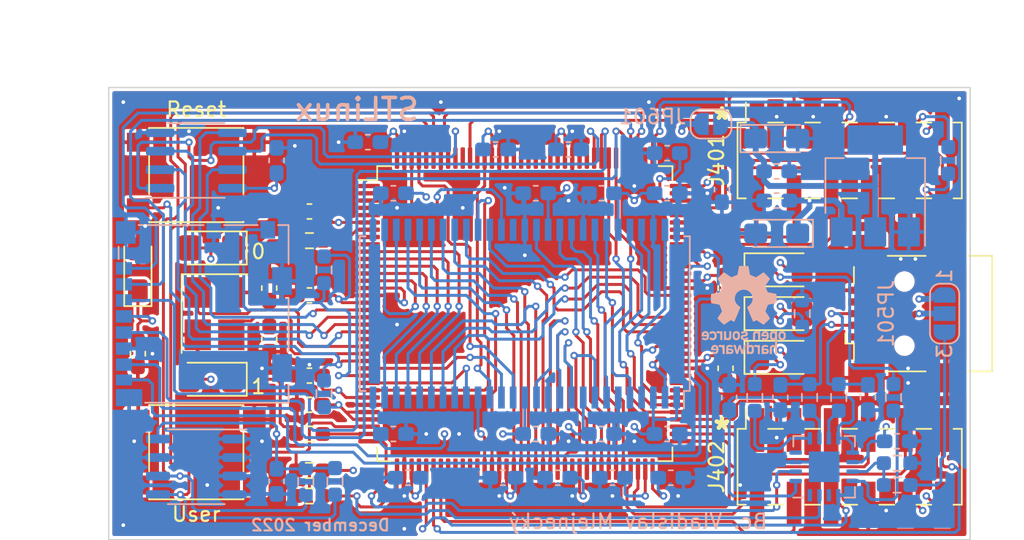
<source format=kicad_pcb>
(kicad_pcb (version 20211014) (generator pcbnew)
  (layers (0 "F.Cu" signal) (1 "In1.Cu" power) (2 "In2.Cu" power) (31 "B.Cu" signal) (36 "B.SilkS" user "B.Silkscreen") (37 "F.SilkS" user "F.Silkscreen") (38 "B.Mask" user) (39 "F.Mask" user) (44 "Edge.Cuts" user))
  (net 0 "")
  (net 1 "GND")
  (net 2 "VDD")
  (net 3 "/MCU/SDIO.D2")
  (net 4 "/MCU/SDIO.D3")
  (net 5 "/MCU/SDIO.CMD")
  (net 6 "/MCU/SDIO.CLK")
  (net 7 "/MCU/SDIO.D0")
  (net 8 "/MCU/SDIO.D1")
  (net 9 "/Low level IO/SWD.DIO")
  (net 10 "/Low level IO/USER_BUTTON")
  (net 11 "/Low level IO/USER_LED0")
  (net 12 "/Low level IO/USER_LED1")
  (net 13 "/Low level IO/SWD.CLK")
  (net 14 "/MCU/I2C.SDA")
  (net 15 "/MCU/I2C.SCL")
  (net 16 "/MCU/QSPI.IO3")
  (net 17 "/MCU/QSPI.SCK")
  (net 18 "/MCU/QSPI.IO0")
  (net 19 "/MCU/QSPI.IO2")
  (net 20 "/MCU/QSPI.NCS")
  (net 21 "/MCU/SDRAM.DQ0")
  (net 22 "/MCU/SDRAM.DQ1")
  (net 23 "/MCU/SDRAM.DQ2")
  (net 24 "/MCU/SDRAM.DQ3")
  (net 25 "/MCU/SDRAM.DQ4")
  (net 26 "/MCU/SDRAM.DQ5")
  (net 27 "/MCU/SDRAM.DQ6")
  (net 28 "/MCU/SDRAM.DQ7")
  (net 29 "/MCU/SDRAM.LDQM")
  (net 30 "/MCU/SDRAM.WE")
  (net 31 "/MCU/SDRAM.CAS")
  (net 32 "/MCU/SDRAM.RAS")
  (net 33 "/MCU/SDRAM.CS")
  (net 34 "/MCU/SDRAM.BA0")
  (net 35 "/MCU/SDRAM.BA1")
  (net 36 "/MCU/SDRAM.A10")
  (net 37 "/MCU/SDRAM.A0")
  (net 38 "/MCU/SDRAM.A1")
  (net 39 "/MCU/SDRAM.A2")
  (net 40 "/MCU/SDRAM.A3")
  (net 41 "/MCU/SDRAM.A4")
  (net 42 "/MCU/SDRAM.A5")
  (net 43 "/MCU/SDRAM.A6")
  (net 44 "/MCU/SDRAM.A7")
  (net 45 "/MCU/SDRAM.A8")
  (net 46 "/MCU/SDRAM.A9")
  (net 47 "/MCU/SDRAM.A11")
  (net 48 "/MCU/SDRAM.A12")
  (net 49 "/MCU/SDRAM.CKE")
  (net 50 "/MCU/SDRAM.CLK")
  (net 51 "/MCU/SDRAM.UDQM")
  (net 52 "/MCU/SDRAM.DQ8")
  (net 53 "/MCU/SDRAM.DQ9")
  (net 54 "/MCU/SDRAM.DQ10")
  (net 55 "/MCU/SDRAM.DQ11")
  (net 56 "/MCU/SDRAM.DQ12")
  (net 57 "/MCU/SDRAM.DQ13")
  (net 58 "/MCU/SDRAM.DQ14")
  (net 59 "/MCU/SDRAM.DQ15")
  (net 60 "/Low level IO/EXT.PA8")
  (net 61 "/Low level IO/EXT.PA12")
  (net 62 "/MCU/QSPI.IO1")
  (net 63 "/Low level IO/~{RESET}")
  (net 64 "/MCU/~{SD_DET}")
  (net 65 "Net-(C203-Pad1)")
  (net 66 "Net-(C204-Pad1)")
  (net 67 "Net-(C206-Pad1)")
  (net 68 "Net-(C207-Pad1)")
  (net 69 "Net-(D401-Pad1)")
  (net 70 "Net-(D402-Pad1)")
  (net 80 "/Low level IO/EXT.PA9")
  (net 94 "/Low level IO/EXT.PA10")
  (net 95 "/Low level IO/EXT.PA11")
  (net 113 "Net-(C501-Pad1)")
  (net 114 "Net-(C502-Pad1)")
  (net 115 "Net-(J501-Pad1)")
  (net 116 "/UART/VSENSE")
  (net 117 "Net-(C503-Pad1)")
  (net 118 "Net-(D501-Pad1)")
  (net 119 "Net-(D502-Pad1)")
  (net 120 "Net-(R503-Pad2)")
  (net 121 "Net-(R504-Pad2)")
  (net 122 "Net-(R506-Pad1)")
  (net 123 "Net-(R507-Pad1)")
  (net 124 "+5V")
  (net 125 "Net-(JP501-Pad3)")
  (net 126 "/Low level IO/EXT.PB10")
  (net 127 "/Low level IO/EXT.PB15")
  (net 128 "/Low level IO/EXT.PB11")
  (net 129 "/Low level IO/EXT.PB13")
  (net 130 "/Low level IO/EXT.PB14")
  (net 131 "/Low level IO/EXT.PB12")
  (net 132 "/Power/+3V3")
  (net 133 "Net-(D601-Pad1)")
  (net 134 "/MCU/UART2.TX")
  (net 135 "/MCU/UART2.RX")
  (net 136 "/Low level IO/EXT.PA5")
  (net 137 "/Low level IO/EXT.PA6")
  (net 138 "/Low level IO/EXT.PA7")
  (net 140 "/Low level IO/EXT.PB4")
  (net 141 "/Low level IO/EXT.PB7")
  (footprint "LED_SMD:LED_1206_3216Metric_Pad1.42x1.75mm_HandSolder" (layer "F.Cu") (at 124.5 101.5 180)
    (fp_text reference "D402" hide)
    (fp_text value "LED")
  )
  (footprint "Connector_PinSocket_2.54mm:PinSocket_2x06_P2.54mm_Vertical_SMD" (layer "F.Cu") (at 168.25 86.5 90)
    (fp_text reference "J401")
    (fp_text value "Extension")
  )
  (footprint "LED_SMD:LED_1206_3216Metric_Pad1.42x1.75mm_HandSolder" (layer "F.Cu") (at 163.5 97)
    (fp_text reference "D601" hide)
    (fp_text value "LED")
  )
  (footprint "LED_SMD:LED_1206_3216Metric_Pad1.42x1.75mm_HandSolder" (layer "F.Cu") (at 124.5 92.5 180)
    (fp_text reference "D401" hide)
    (fp_text value "LED")
  )
  (footprint "Capacitor_Tantalum_SMD:CP_EIA-3216-18_Kemet-A_Pad1.58x1.35mm_HandSolder" (layer "F.Cu") (at 119.5 94 90)
    (fp_text reference "C304" hide)
    (fp_text value "10u")
  )
  (footprint "Capacitor_SMD:C_0603_1608Metric_Pad1.08x0.95mm_HandSolder" (layer "F.Cu") (at 128.5 98.75 -90)
    (fp_text reference "C207" hide)
    (fp_text value "22p")
  )
  (footprint "Resistor_SMD:R_0603_1608Metric_Pad0.98x0.95mm_HandSolder" (layer "F.Cu") (at 131.25 107.75 180)
    (fp_text reference "R403" hide)
    (fp_text value "10k")
  )
  (footprint "Capacitor_SMD:C_0603_1608Metric_Pad1.08x0.95mm_HandSolder" (layer "F.Cu") (at 131.25 103.25 180)
    (fp_text reference "C201" hide)
    (fp_text value "100n")
  )
  (footprint "Resistor_SMD:R_0603_1608Metric_Pad0.98x0.95mm_HandSolder" (layer "F.Cu") (at 131.25 105.25)
    (fp_text reference "R405" hide)
    (fp_text value "330")
  )
  (footprint "Resistor_SMD:R_0603_1608Metric_Pad0.98x0.95mm_HandSolder" (layer "F.Cu") (at 131.25 92)
    (fp_text reference "R404" hide)
    (fp_text value "330")
  )
  (footprint "Capacitor_SMD:C_0603_1608Metric_Pad1.08x0.95mm_HandSolder" (layer "F.Cu") (at 131.25 90 180)
    (fp_text reference "C218" hide)
    (fp_text value "100n")
  )
  (footprint "Button_Switch_SMD:SW_Push_1P1T_NO_6x6mm_H9.5mm" (layer "F.Cu") (at 123.5 106.5)
    (fp_text reference "SW402" hide)
    (fp_text value "USER_Sw")
  )
  (footprint "Resistor_SMD:R_0603_1608Metric_Pad0.98x0.95mm_HandSolder" (layer "F.Cu") (at 131.25 109.5 180)
    (fp_text reference "R505" hide)
    (fp_text value "10k")
  )
  (footprint "Package_QFP:LQFP-144_20x20mm_P0.5mm" (layer "F.Cu") (at 146 97)
    (fp_text reference "U201" hide)
    (fp_text value "STM32F446ZCTx")
  )
  (footprint "Capacitor_SMD:C_0603_1608Metric_Pad1.08x0.95mm_HandSolder" (layer "F.Cu") (at 159.75 100.75 -90)
    (fp_text reference "C211" hide)
    (fp_text value "100n")
  )
  (footprint "Capacitor_SMD:C_0603_1608Metric_Pad1.08x0.95mm_HandSolder" (layer "F.Cu") (at 128.5 95.25 90)
    (fp_text reference "C204" hide)
    (fp_text value "22p")
  )
  (footprint "LED_SMD:LED_1206_3216Metric_Pad1.42x1.75mm_HandSolder" (layer "F.Cu") (at 163.5 94)
    (fp_text reference "D501" hide)
    (fp_text value "LED")
  )
  (footprint "Capacitor_SMD:C_0603_1608Metric_Pad1.08x0.95mm_HandSolder" (layer "F.Cu") (at 159.75 95.25 -90)
    (fp_text reference "C210" hide)
    (fp_text value "100n")
  )
  (footprint "Crystal:Crystal_SMD_3225-4Pin_3.2x2.5mm_HandSoldering" (layer "F.Cu") (at 124.75 97 -90)
    (fp_text reference "Y201" hide)
    (fp_text value "Crystal_GND24")
  )
  (footprint "Connector_USB:USB_Mini-B_Wuerth_65100516121_Horizontal" (layer "F.Cu") (at 172 97 90)
    (fp_text reference "J501" hide)
    (fp_text value "USB_B_Mini")
  )
  (footprint "LED_SMD:LED_1206_3216Metric_Pad1.42x1.75mm_HandSolder" (layer "F.Cu") (at 163.5 100)
    (fp_text reference "D502" hide)
    (fp_text value "LED")
  )
  (footprint "Capacitor_SMD:C_0603_1608Metric_Pad1.08x0.95mm_HandSolder" (layer "F.Cu") (at 131.25 101.25 180)
    (fp_text reference "C202" hide)
    (fp_text value "100n")
  )
  (footprint "Capacitor_SMD:C_0603_1608Metric_Pad1.08x0.95mm_HandSolder" (layer "F.Cu") (at 119.5 99.75 -90)
    (fp_text reference "C303" hide)
    (fp_text value "100n")
  )
  (footprint "Button_Switch_SMD:SW_Push_1P1T_NO_6x6mm_H9.5mm" (layer "F.Cu") (at 123.5 87.5)
    (fp_text reference "SW401" hide)
    (fp_text value "RESET_Sw")
  )
  (footprint "Capacitor_SMD:C_0603_1608Metric_Pad1.08x0.95mm_HandSolder" (layer "F.Cu") (at 131.25 95.75 180)
    (fp_text reference "C205" hide)
    (fp_text value "100n")
  )
  (footprint "Connector_PinSocket_2.54mm:PinSocket_2x06_P2.54mm_Vertical_SMD" (layer "F.Cu") (at 168.25 107.5 90)
    (fp_text reference "J402")
    (fp_text value "Extension")
  )
  (footprint "Capacitor_SMD:C_0603_1608Metric_Pad1.08x0.95mm_HandSolder" (layer "B.Cu") (at 155.75 86 180)
    (fp_text reference "C206" hide)
    (fp_text value "2u2")
  )
  (footprint "Capacitor_SMD:C_0603_1608Metric_Pad1.08x0.95mm_HandSolder" (layer "B.Cu") (at 163.25 87.25)
    (fp_text reference "C604" hide)
    (fp_text value "100n")
  )
  (footprint "Capacitor_SMD:C_0603_1608Metric_Pad1.08x0.95mm_HandSolder" (layer "B.Cu") (at 149 85.75)
    (fp_text reference "C215" hide)
    (fp_text value "100n")
  )
  (footprint "Resistor_SMD:R_0603_1608Metric_Pad0.98x0.95mm_HandSolder" (layer "B.Cu") (at 132.25 102.5 90)
    (fp_text reference "R402" hide)
    (fp_text value "10k")
  )
  (footprint "Capacitor_SMD:C_0603_1608Metric_Pad1.08x0.95mm_HandSolder" (layer "B.Cu") (at 137 105.25)
    (fp_text reference "C309" hide)
    (fp_text value "100n")
  )
  (footprint "Capacitor_SMD:C_0603_1608Metric_Pad1.08x0.95mm_HandSolder" (layer "B.Cu") (at 144 85.75)
    (fp_text reference "C216" hide)
    (fp_text value "100n")
  )
  (footprint "Capacitor_Tantalum_SMD:CP_EIA-3216-18_Kemet-A_Pad1.58x1.35mm_HandSolder" (layer "B.Cu") (at 163.25 85)
    (fp_text reference "C603" hide)
    (fp_text value "10u")
  )
  (footprint "Jumper:SolderJumper-3_P1.3mm_Open_RoundedPad1.0x1.5mm_NumberLabels" (layer "B.Cu") (at 174.75 97 -90)
    (fp_text reference "JP501")
    (fp_text value "Bus/Self")
  )
  (footprint "Package_SO:SOP-8_3.9x4.9mm_P1.27mm" (layer "B.Cu") (at 123.5 107.5 180)
    (fp_text reference "U301" hide)
    (fp_text value "24LC08")
  )
  (footprint "Capacitor_SMD:C_0603_1608Metric_Pad1.08x0.95mm_HandSolder" (layer "B.Cu") (at 144.5 108.25 180)
    (fp_text reference "C217" hide)
    (fp_text value "100n")
  )
  (footprint "Capacitor_SMD:C_0603_1608Metric_Pad1.08x0.95mm_HandSolder" (layer "B.Cu") (at 169.5 102.75 -90)
    (fp_text reference "C502" hide)
    (fp_text value "47p")
  )
  (footprint "Capacitor_SMD:C_0603_1608Metric_Pad1.08x0.95mm_HandSolder" (layer "B.Cu") (at 146.75 105.25)
    (fp_text reference "C310" hide)
    (fp_text value "100n")
  )
  (footprint "Capacitor_Tantalum_SMD:CP_EIA-3216-18_Kemet-A_Pad1.58x1.35mm_HandSolder" (layer "B.Cu") (at 163.25 91.5 180)
    (fp_text reference "C601" hide)
    (fp_text value "10u")
  )
  (footprint "Capacitor_SMD:C_0603_1608Metric_Pad1.08x0.95mm_HandSolder" (layer "B.Cu") (at 135.25 85.25 180)
    (fp_text reference "C214" hide)
    (fp_text value "100n")
  )
  (footprint "Capacitor_SMD:C_0603_1608Metric_Pad1.08x0.95mm_HandSolder" (layer "B.Cu") (at 146.75 88.75 180)
    (fp_text reference "C307" hide)
    (fp_text value "100n")
  )
  (footprint "Capacitor_SMD:C_0603_1608Metric_Pad1.08x0.95mm_HandSolder" (layer "B.Cu") (at 151.25 105.25)
    (fp_text reference "C311" hide)
    (fp_text value "100n")
  )
  (footprint "Capacitor_SMD:C_0603_1608Metric_Pad1.08x0.95mm_HandSolder" (layer "B.Cu") (at 138 108.25 180)
    (fp_text reference "C213" hide)
    (fp_text value "100n")
  )
  (footprint "Resistor_SMD:R_0603_1608Metric_Pad0.98x0.95mm_HandSolder" (layer "B.Cu") (at 165 97 90)
    (fp_text reference "R601" hide)
    (fp_text value "330")
  )
  (footprint "Resistor_SMD:R_0603_1608Metric_Pad0.98x0.95mm_HandSolder" (layer "B.Cu") (at 131 108.5 90)
    (fp_text reference "R303" hide)
    (fp_text value "4k7")
  )
  (footprint "Resistor_SMD:R_0603_1608Metric_Pad0.98x0.95mm_HandSolder" (layer "B.Cu") (at 165.5 102.75 -90)
    (fp_text reference "R504" hide)
    (fp_text value "27")
  )
  (footprint "Capacitor_SMD:C_0603_1608Metric_Pad1.08x0.95mm_HandSolder" (layer "B.Cu") (at 129 108.5 -90)
    (fp_text reference "C301" hide)
    (fp_text value "100n")
  )
  (footprint "Capacitor_SMD:C_0603_1608Metric_Pad1.08x0.95mm_HandSolder" (layer "B.Cu") (at 163.5 102.75 -90)
    (fp_text reference "C501" hide)
    (fp_text value "47p")
  )
  (footprint "Resistor_SMD:R_0603_1608Metric_Pad0.98x0.95mm_HandSolder" (layer "B.Cu") (at 161.75 102.75 90)
    (fp_text reference "R507" hide)
    (fp_text value "330")
  )
  (footprint "Capacitor_SMD:C_0603_1608Metric_Pad1.08x0.95mm_HandSolder" (layer "B.Cu") (at 148.25 108.25 180)
    (fp_text reference "C208" hide)
    (fp_text value "100n")
  )
  (footprint "Package_DFN_QFN:QFN-16-1EP_4x4mm_P0.65mm_EP2.1x2.1mm" (layer "B.Cu") (at 166.5 107.5)
    (fp_text reference "U501" hide)
    (fp_text value "FT230XQ")
  )
  (footprint "Capacitor_SMD:C_0603_1608Metric_Pad1.08x0.95mm_HandSolder" (layer "B.Cu") (at 155.75 88.75)
    (fp_text reference "C305" hide)
    (fp_text value "100n")
  )
  (footprint "Capacitor_SMD:C_0603_1608Metric_Pad1.08x0.95mm_HandSolder" (layer "B.Cu") (at 171.5 105.75)
    (fp_text reference "C504" hide)
    (fp_text value "100n")
  )
  (footprint "Resistor_SMD:R_0603_1608Metric_Pad0.98x0.95mm_HandSolder" (layer "B.Cu") (at 171.5 107.25)
    (fp_text reference "R502" hide)
    (fp_text value "10k")
  )
  (footprint "Capacitor_SMD:C_0603_1608Metric_Pad1.08x0.95mm_HandSolder" (layer "B.Cu") (at 160 102.75 90)
    (fp_text reference "C503" hide)
    (fp_text value "100n")
  )
  (footprint "Resistor_SMD:R_0603_1608Metric_Pad0.98x0.95mm_HandSolder" (layer "B.Cu") (at 167.5 102.75 -90)
    (fp_text reference "R503" hide)
    (fp_text value "27")
  )
  (footprint "Package_SO:TSOP-II-54_22.2x10.16mm_P0.8mm" (layer "B.Cu") (at 146 97 90)
    (fp_text reference "U303" hide)
    (fp_text value "IS42S16160J")
  )
  (footprint "Symbol:OSHW-Logo_5.7x6mm_SilkScreen" (layer "B.Cu") (at 161 96.75 180)
    (fp_text reference "REF**" hide)
    (fp_text value "OSHW-Logo_5.7x6mm_SilkScreen" hide)
  )
  (footprint "Resistor_SMD:R_0603_1608Metric_Pad0.98x0.95mm_HandSolder" (layer "B.Cu") (at 175 86.5 90)
    (fp_text reference "R401" hide)
    (fp_text value "10k")
  )
  (footprint "Capacitor_SMD:C_0603_1608Metric_Pad1.08x0.95mm_HandSolder" (layer "B.Cu") (at 151.25 88.75 180)
    (fp_text reference "C306" hide)
    (fp_text value "100n")
  )
  (footprint "Jumper:SolderJumper-2_P1.3mm_Open_RoundedPad1.0x1.5mm" (layer "B.Cu") (at 158.75 84 180)
    (fp_text reference "JP601")
    (fp_text value "VDD_EN")
  )
  (footprint "Capacitor_SMD:C_0603_1608Metric_Pad1.08x0.95mm_HandSolder" (layer "B.Cu") (at 163.25 89.25 180)
    (fp_text reference "C602" hide)
    (fp_text value "100n")
  )
  (footprint "Capacitor_SMD:C_0603_1608Metric_Pad1.08x0.95mm_HandSolder" (layer "B.Cu") (at 129 86.5 90)
    (fp_text reference "C302" hide)
    (fp_text value "100n")
  )
  (footprint "Resistor_SMD:R_0603_1608Metric_Pad0.98x0.95mm_HandSolder" (layer "B.Cu") (at 133 108.5 90)
    (fp_text reference "R302" hide)
    (fp_text value "4k7")
  )
  (footprint "Capacitor_SMD:C_0603_1608Metric_Pad1.08x0.95mm_HandSolder" (layer "B.Cu") (at 137 88.75 180)
    (fp_text reference "C308" hide)
    (fp_text value "100n")
  )
  (footprint "Capacitor_SMD:C_0603_1608Metric_Pad1.08x0.95mm_HandSolder" (layer "B.Cu") (at 159.5 88.5 -90)
    (fp_text reference "C212" hide)
    (fp_text value "100n")
  )
  (footprint "Capacitor_SMD:C_0603_1608Metric_Pad1.08x0.95mm_HandSolder" (layer "B.Cu") (at 155.75 105.25)
    (fp_text reference "C312" hide)
    (fp_text value "100n")
  )
  (footprint "Resistor_SMD:R_0603_1608Metric_Pad0.98x0.95mm_HandSolder" (layer "B.Cu") (at 171.5 108.75)
    (fp_text reference "R501" hide)
    (fp_text value "4k7")
  )
  (footprint "Resistor_SMD:R_0603_1608Metric_Pad0.98x0.95mm_HandSolder" (layer "B.Cu") (at 171.25 102.75 90)
    (fp_text reference "R506" hide)
    (fp_text value "330")
  )
  (footprint "Connector_Card:microSD_HC_Molex_104031-0811" (layer "B.Cu") (at 124 97 -90)
    (fp_text reference "J301" hide)
    (fp_text value "Micro_SD_Card_Det")
  )
  (footprint "Capacitor_SMD:C_0603_1608Metric_Pad1.08x0.95mm_HandSolder" (layer "B.Cu") (at 156 108.25)
    (fp_text reference "C209" hide)
    (fp_text value "100n")
  )
  (footprint "Package_SO:SOIC-8_3.9x4.9mm_P1.27mm" (layer "B.Cu") (at 123.5 86.5)
    (fp_text reference "U302" hide)
    (fp_text value "IS25LP064A-JBLE")
  )
  (footprint "Capacitor_SMD:C_0603_1608Metric_Pad1.08x0.95mm_HandSolder" (layer "B.Cu") (at 152 108.25 180)
    (fp_text reference "C203" hide)
    (fp_text value "2u2")
  )
  (footprint "Resistor_SMD:R_0603_1608Metric_Pad0.98x0.95mm_HandSolder" (layer "B.Cu") (at 132.25 94 90)
    (fp_text reference "R301" hide)
    (fp_text value "4k7")
  )
  (footprint "Package_TO_SOT_SMD:SOT-223-3_TabPin2" (layer "B.Cu") (at 170 88.25 90)
    (fp_text reference "U601" hide)
    (fp_text value "LD1117S33TR_SOT223")
  )
  (gr_rect (start 176.5 81.5) (end 117.5 112.5) (layer "Edge.Cuts") (width 0.1) (fill none))
  (gr_text "Bc. Vladislav Mlejnecký\n" (at 153.75 111.25) (layer "B.SilkS") (effects (font (size 1 1)) (justify mirror)))
  (gr_text "STLinux" (at 134.5 83) (layer "B.SilkS") (effects (font (size 1.5 1.5) (thickness 0.25)) (justify mirror)))
  (gr_text "December 2022" (at 132 111.5) (layer "B.SilkS") (effects (font (size 0.8 0.8)) (justify mirror)))
  (gr_text "1" (at 127.75 102) (layer "F.SilkS") (effects (font (size 1 1))))
  (gr_text "*" (at 159.5 83.75) (layer "F.SilkS") (effects (font (size 1.5 1.5) (thickness 0.3))))
  (gr_text "0" (at 127.75 92.75) (layer "F.SilkS") (effects (font (size 1 1))))
  (gr_text "*" (at 159.5 105) (layer "F.SilkS") (effects (font (size 1.5 1.5) (thickness 0.3))))
  (gr_text "User\n" (at 123.5 110.75) (layer "F.SilkS") (effects (font (size 1 1))))
  (gr_text "Reset" (at 123.5 83) (layer "F.SilkS") (effects (font (size 1 1))))
  (segment (start 170.5 83.98) (end 169.52 83.98) (width 0.2032) (layer "F.Cu") (net 1))
  (segment (start 130.3875 90) (end 130.3875 90.3625) (width 0.2032) (layer "F.Cu") (net 1))
  (segment (start 135.3375 103.25) (end 139 103.25) (width 0.2032) (layer "F.Cu") (net 1))
  (segment (start 128.5 100.5) (end 128.25 100.75) (width 0.2032) (layer "F.Cu") (net 1))
  (segment (start 159.75 96.1125) (end 158.6125 96.1125) (width 0.2032) (layer "F.Cu") (net 1))
  (segment (start 149.25 109.5) (end 149.25 107.6625) (width 0.2032) (layer "F.Cu") (net 1))
  (segment (start 120.5 100.5) (end 120.3875 100.6125) (width 0.2032) (layer "F.Cu") (net 1))
  (segment (start 139.25 103.5) (end 139.25 105.25) (width 0.2032) (layer "F.Cu") (net 1))
  (segment (start 158.5 100.75) (end 156.6625 100.75) (width 0.2032) (layer "F.Cu") (net 1))
  (segment (start 149.25 84.5) (end 149.25 86.3375) (width 0.2032) (layer "F.Cu") (net 1))
  (segment (start 128.5 99.6125) (end 128.5 100.5) (width 0.2032) (layer "F.Cu") (net 1))
  (segment (start 127.475 105.475) (end 127.75 105.75) (width 0.2032) (layer "F.Cu") (net 1))
  (segment (start 130.75 100.5) (end 131.25 100.5) (width 0.2032) (layer "F.Cu") (net 1))
  (segment (start 119.5 104.275) (end 119.5 105.25) (width 0.2032) (layer "F.Cu") (net 1))
  (segment (start 135.3375 95.75) (end 136.75 95.75) (width 0.2032) (layer "F.Cu") (net 1))
  (segment (start 158.5 101.5) (end 158.5 100.75) (width 0.2032) (layer "F.Cu") (net 1))
  (segment (start 170.75 83.73) (end 170.5 83.98) (width 0.2032) (layer "F.Cu") (net 1))
  (segment (start 130.3875 101.25) (end 130.3875 100.8625) (width 0.2032) (layer "F.Cu") (net 1))
  (segment (start 119.5 105.5) (end 119.25 105.75) (width 0.2032) (layer "F.Cu") (net 1))
  (segment (start 137.75 109.5) (end 137.75 107.6625) (width 0.2032) (layer "F.Cu") (net 1))
  (segment (start 119.5 105.25) (end 119.5 105.5) (width 0.2032) (layer "F.Cu") (net 1))
  (segment (start 158.5 96) (end 158.5 95.25) (width 0.2032) (layer "F.Cu") (net 1))
  (segment (start 130.3875 100.8625) (end 130.75 100.5) (width 0.2032) (layer "F.Cu") (net 1))
  (segment (start 144.25 84.5) (end 144.25 86.3375) (width 0.2032) (layer "F.Cu") (net 1))
  (segment (start 137 97.5) (end 137.25 97.75) (width 0.2032) (layer "F.Cu") (net 1))
  (segment (start 139 103.25) (end 139.25 103.5) (width 0.2032) (layer "F.Cu") (net 1))
  (segment (start 158.5 95.25) (end 156.6625 95.25) (width 0.2032) (layer "F.Cu") (net 1))
  (segment (start 159.75 101.6125) (end 158.6125 101.6125) (width 0.2032) (layer "F.Cu") (net 1))
  (segment (start 137.75 84.5) (end 137.75 86.3375) (width 0.2032) (layer "F.Cu") (net 1))
  (segment (start 127.75 105.75) (end 128 105.75) (width 0.2032) (layer "F.Cu") (net 1))
  (segment (start 169.52 110.02) (end 170.27 110.02) (width 0.2032) (layer "F.Cu") (net 1))
  (segment (start 120.5 99.75) (end 120.5 100.5) (width 0.2032) (layer "F.Cu") (net 1))
  (segment (start 128.25 100.75) (end 128 100.75) (width 0.2032) (layer "F.Cu") (net 1))
  (segment (start 127.475 104.25) (end 127.475 105.475) (width 0.2032) (layer "F.Cu") (net 1))
  (segment (start 158.6125 96.1125) (end 158.5 96) (width 0.2032) (layer "F.Cu") (net 1))
  (segment (start 158.6125 101.6125) (end 158.5 101.5) (width 0.2032) (layer "F.Cu") (net 1))
  (segment (start 137 96) (end 137 97.5) (width 0.2032) (layer "F.Cu") (net 1))
  (segment (start 136.75 95.75) (end 137 96) (width 0.2032) (layer "F.Cu") (net 1))
  (segment (start 119.525 104.25) (end 119.5 104.275) (width 0.2032) (layer "F.Cu") (net 1))
  (segment (start 144.25 109.5) (end 144.25 107.6625) (width 0.2032) (layer "F.Cu") (net 1))
  (segment (start 120.3875 100.6125) (end 119.5 100.6125) (width 0.2032) (layer "F.Cu") (net 1))
  (segment (start 170.27 110.02) (end 170.75 110.5) (width 0.2032) (layer "F.Cu") (net 1))
  (segment (start 170.75 83.5) (end 170.75 83.73) (width 0.2032) (layer "F.Cu") (net 1))
  (segment (start 158.5 88.75) (end 156.6625 88.75) (width 0.2032) (layer "F.Cu") (net 1))
  (via (at 160.75 108.75) (size 0.508) (drill 0.254) (layers "F.Cu" "B.Cu") (net 1))
  (via (at 137.75 109.5) (size 0.508) (drill 0.254) (layers "F.Cu" "B.Cu") (net 1))
  (via (at 175.75 82.25) (size 0.508) (drill 0.254) (layers "F.Cu" "B.Cu") (net 1))
  (via (at 153.5 88.25) (size 0.508) (drill 0.254) (layers "F.Cu" "B.Cu") (net 1))
  (via (at 131.25 100.5) (size 0.508) (drill 0.254) (layers "F.Cu" "B.Cu") (net 1))
  (via (at 144.25 109.5) (size 0.508) (drill 0.254) (layers "F.Cu" "B.Cu") (net 1))
  (via (at 120.5 99.75) (size 0.508) (drill 0.254) (layers "F.Cu" "B.Cu") (net 1))
  (via (at 144.625 88.375) (size 0.508) (drill 0.254) (layers "F.Cu" "B.Cu") (net 1))
  (via (at 156.5 109.5) (size 0.508) (drill 0.254) (layers "F.Cu" "B.Cu") (net 1))
  (via (at 123 84.5) (size 0.508) (drill 0.254) (layers "F.Cu" "B.Cu") (net 1))
  (via (at 137.75 111.75) (size 0.508) (drill 0.254) (layers "F.Cu" "B.Cu") (net 1))
  (via (at 141.5 105.25) (size 0.508) (drill 0.254) (layers "F.Cu" "B.Cu") (net 1))
  (via (at 133.25 85.25) (size 0.508) (drill 0.254) (layers "F.Cu" "B.Cu") (net 1))
  (via (at 119.25 105.75) (size 0.508) (drill 0.254) (layers "F.Cu" "B.Cu") (net 1))
  (via (at 137.25 89.75) (size 0.508) (drill 0.254) (layers "F.Cu" "B.Cu") (net 1))
  (via (at 149.25 109.5) (size 0.508) (drill 0.254) (layers "F.Cu" "B.Cu") (net 1))
  (via (at 144.25 84.5) (size 0.508) (drill 0.254) (layers "F.Cu" "B.Cu") (net 1))
  (via (at 170.75 83.5) (size 0.508) (drill 0.254) (layers "F.Cu" "B.Cu") (net 1))
  (via (at 172.25 101.75) (size 0.508) (drill 0.254) (layers "F.Cu" "B.Cu") (net 1))
  (via (at 158.5 100.75) (size 0.508) (drill 0.254) (layers "F.Cu" "B.Cu") (net 1))
  (via (at 154.5 82.5) (size 0.508) (drill 0.254) (layers "F.Cu" "B.Cu") (net 1))
  (via (at 146 93) (size 0.508) (drill 0.254) (layers "F.Cu" "B.Cu") (net 1))
  (via (at 152 109.5) (size 0.508) (drill 0.254) (layers "F.Cu" "B.Cu") (net 1))
  (via (at 158.5 88.75) (size 0.508) (drill 0.254) (layers "F.Cu" "B.Cu") (net 1))
  (via (at 139.25 105.25) (size 0.508) (drill 0.254) (layers "F.Cu" "B.Cu") (net 1))
  (via (at 118.5 111.5) (size 0.508) (drill 0.254) (layers "F.Cu" "B.Cu") (net 1))
  (via (at 163.25 105.5) (size 0.508) (drill 0.254) (layers "F.Cu" "B.Cu") (net 1))
  (via (at 171.75 93.25) (size 0.508) (drill 0.254) (layers "F.Cu" "B.Cu") (net 1))
  (via (at 149 105.75) (size 0.508) (drill 0.254) (layers "F.Cu" "B.Cu") (net 1))
  (via (at 130.25 85.5) (size 0.508) (drill 0.254) (layers "F.Cu" "B.Cu") (net 1))
  (via (at 141.75 89.75) (size 0.508) (drill 0.254) (layers "F.Cu" "B.Cu") (net 1))
  (via (at 118.5 82.5) (size 0.508) (drill 0.254) (layers "F.Cu" "B.Cu") (net 1))
  (via (at 163.25 83.5) (size 0.508) (drill 0.254) (layers "F.Cu" "B.Cu") (net 1))
  (via (at 120 91) (size 0.508) (drill 0.254) (layers "F.Cu" "B.Cu") (net 1))
  (via (at 172.25 100.75) (size 0.508) (drill 0.254) (layers "F.Cu" "B.Cu") (net 1))
  (via (at 124.25 108.75) (size 0.508) (drill 0.254) (layers "F.Cu" "B.Cu") (net 1))
  (via (at 153.5 105.75) (size 0.508) (drill 0.254) (layers "F.Cu" "B.Cu") (net 1))
  (via (at 125 89.75) (size 0.508) (drill 0.254) (layers "F.Cu" "B.Cu") (net 1))
  (via (at 172.75 93.25) (size 0.508) (drill 0.254) (layers "F.Cu" "B.Cu") (net 1))
  (via (at 149 89.25) (size 0.508) (drill 0.254) (layers "F.Cu" "B.Cu") (net 1))
  (via (at 158.5 95.25) (size 0.508) (drill 0.254) (layers "F.Cu" "B.Cu") (net 1))
  (via (at 128 105.75) (size 0.508) (drill 0.254) (layers "F.Cu" "B.Cu") (net 1))
  (via (at 170.75 110.5) (size 0.508) (drill 0.254) (layers "F.Cu" "B.Cu") (net 1))
  (via (at 149.25 84.5) (size 0.508) (drill 0.254) (layers "F.Cu" "B.Cu") (net 1))
  (via (at 137.75 84.5) (size 0.508) (drill 0.254) (layers "F.Cu" "B.Cu") (net 1))
  (via (at 165.75 83.5) (size 0.508) (drill 0.254) (layers "F.Cu" "B.Cu") (net 1))
  (via (at 137.25 97.75) (size 0.508) (drill 0.254) (layers "F.Cu" "B.Cu") (net 1))
  (via (at 128 100.75) (size 0.508) (drill 0.254) (layers "F.Cu" "B.Cu") (net 1))
  (via (at 140.25 82.5) (size 0.508) (drill 0.254) (layers "F.Cu" "B.Cu") (net 1))
  (segment (start 144.8625 86) (end 144.8625 84.8625) (width 0.2032) (layer "B.Cu") (net 1))
  (segment (start 147.3875 109.3875) (end 147.5 109.5) (width 0.2032) (layer "B.Cu") (net 1))
  (segment (start 149.8625 86) (end 149.8625 84.8625) (width 0.2032) (layer "B.Cu") (net 1))
  (segment (start 151.5 109.5) (end 152 109.5) (width 0.2032) (layer "B.Cu") (net 1))
  (segment (start 143.6375 108.25) (end 143.6375 109.1375) (width 0.2032) (layer "B.Cu") (net 1))
  (segment (start 163.5 105.25) (end 163.25 105.5) (width 0.2032) (layer "B.Cu") (net 1))
  (segment (start 134.3875 85.25) (end 133.25 85.25) (width 0.2032) (layer "B.Cu") (net 1))
  (segment (start 163.5 103.6125) (end 163.5 104.75) (width 0.2032) (layer "B.Cu") (net 1))
  (segment (start 152.4 104.9625) (end 152.1125 105.25) (width 0.2032) (layer "B.Cu") (net 1))
  (segment (start 118.675 91.435) (end 119.565 91.435) (width 0.2032) (layer "B.Cu") (net 1))
  (segment (start 153.5 86.25) (end 153.75 86) (width 0.2032) (layer "B.Cu") (net 1))
  (segment (start 151.1375 109.1375) (end 151.5 109.5) (width 0.2032) (layer "B.Cu") (net 1))
  (segment (start 149.5 84.5) (end 149.25 84.5) (width 0.2032) (layer "B.Cu") (net 1))
  (segment (start 164.5 85.0625) (end 164.6875 85.25) (width 0.3048) (layer "B.Cu") (net 1))
  (segment (start 147.3875 108.25) (end 147.3875 109.3875) (width 0.2032) (layer "B.Cu") (net 1))
  (segment (start 155 89.75) (end 156.3 89.75) (width 0.2032) (layer "B.Cu") (net 1))
  (segment (start 143.6375 109.1375) (end 144 109.5) (width 0.2032) (layer "B.Cu") (net 1))
  (segment (start 150 89.1375) (end 150.3875 88.75) (width 0.2032) (layer "B.Cu") (net 1))
  (segment (start 129 85.6375) (end 130.1125 85.6375) (width 0.2032) (layer "B.Cu") (net 1))
  (segment (start 156.8625 109.1375) (end 156.8625 108.25) (width 0.2032) (layer "B.Cu") (net 1))
  (segment (start 144 109.5) (end 144.25 109.5) (width 0.2032) (layer "B.Cu") (net 1))
  (segment (start 156.4 88.9625) (end 156.6125 88.75) (width 0.2032) (layer "B.Cu") (net 1))
  (segment (start 158.8625 89.3625) (end 158.5 89) (width 0.2032) (layer "B.Cu") (net 1))
  (segment (start 147.5 109.5) (end 149.25 109.5) (width 0.2032) (layer "B.Cu") (net 1))
  (segment (start 150 91.25) (end 150 89.1375) (width 0.2032) (layer "B.Cu") (net 1))
  (segment (start 149 105.75) (end 148.5 105.25) (width 0.2032) (layer "B.Cu") (net 1))
  (segment (start 137.1375 109.1375) (end 137.5 109.5) (width 0.2032) (layer "B.Cu") (net 1))
  (segment (start 149.5 88.75) (end 149 89.25) (width 0.2032) (layer "B.Cu") (net 1))
  (segment (start 130.1125 85.6375) (end 130.25 85.5) (width 0.2032) (layer "B.Cu") (net 1))
  (segment (start 137.1375 108.5) (end 137.1375 109.1375) (width 0.2032) (layer "B.Cu") (net 1))
  (segment (start 153.5 88.25) (end 153.5 86.25) (width 0.2032) (layer "B.Cu") (net 1))
  (segment (start 145 88.75) (end 145.8875 88.75) (width 0.2032) (layer "B.Cu") (net 1))
  (segment (start 122.905 84.595) (end 121.025 84.595) (width 0.2032) (layer "B.Cu") (net 1))
  (segment (start 154.8 91.25) (end 154.8 89.95) (width 0.2032) (layer "B.Cu") (net 1))
  (segment (start 150.3875 88.75) (end 149.5 88.75) (width 0.2032) (layer "B.Cu") (net 1))
  (segment (start 144.625 88.375) (end 145 88.75) (width 0.2032) (layer "B.Cu") (net 1))
  (segment (start 119.565 91.435) (end 120 91) (width 0.2032) (layer "B.Cu") (net 1))
  (segment (start 146 88.8625) (end 145.8875 88.75) (width 0.2032) (layer "B.Cu") (net 1))
  (segment (start 135.6 89.2875) (end 136.1375 88.75) (width 0.2032) (layer "B.Cu") (net 1))
  (segment (start 137.8625 105.25) (end 139.25 105.25) (width 0.2032) (layer "B.Cu") (net 1))
  (segment (start 159.5 89.3625) (end 158.8625 89.3625) (width 0.2032) (layer "B.Cu") (net 1))
  (segment (start 154.8 89.95) (end 155 89.75) (width 0.2032) (layer "B.Cu") (net 1))
  (segment (start 148.5 105.25) (end 147.6125 105.25) (width 0.2032) (layer "B.Cu") (net 1))
  (segment (start 151.1375 108.25) (end 151.1375 109.1375) (width 0.2032) (layer "B.Cu") (net 1))
  (segment (start 152.4 102.75) (end 152.4 104.9625) (width 0.2032) (layer "B.Cu") (net 1))
  (segment (start 144.5 84.5) (end 144.25 84.5) (width 0.2032) (layer "B.Cu") (net 1))
  (segment (start 156.5 109.5) (end 156.8625 109.1375) (width 0.2032) (layer "B.Cu") (net 1))
  (segment (start 149.8625 84.8625) (end 149.5 84.5) (width 0.2032) (layer "B.Cu") (net 1))
  (segment (start 153 105.25) (end 153.5 105.75) (width 0.2032) (layer "B.Cu") (net 1))
  (segment (start 147.6 102.75) (end 147.6 105.2375) (width 0.2032) (layer "B.Cu") (net 1))
  (segment (start 153.75 86) (end 154.8875 86) (width 0.2032) (layer "B.Cu") (net 1))
  (segment (start 120.145 99.395) (end 118.55 99.395) (width 0.2032) (layer "B.Cu") (net 1))
  (segment (start 144.8625 84.8625) (end 144.5 84.5) (width 0.2032) (layer "B.Cu") (net 1))
  (segment (start 166.175 107.175) (end 166.5 107.5) (width 0.2032) (layer "B.Cu") (net 1))
  (segment (start 135.6 91.25) (end 135.6 89.2875) (width 0.2032) (layer "B.Cu") (net 1))
  (segment (start 147.6 105.2375) (end 147.6125 105.25) (width 0.2032) (layer "B.Cu") (net 1))
  (segment (start 152.1125 105.25) (end 153 105.25) (width 0.2032) (layer "B.Cu") (net 1))
  (segment (start 156.3 89.75) (end 156.4 89.85) (width 0.2032) (layer "B.Cu") (net 1))
  (segment (start 163.5 104.75) (end 163.5 105.25) (width 0.2032) (layer "B.Cu") (net 1))
  (segment (start 156.4 89.85) (end 156.4 88.9625) (width 0.2032) (layer "B.Cu") (net 1))
  (segment (start 120.5 99.75) (end 120.145 99.395) (width 0.2032) (layer "B.Cu") (net 1))
  (segment (start 137.5 109.5) (end 137.75 109.5) (width 0.2032) (layer "B.Cu") (net 1))
  (segment (start 156.4 91.25) (end 156.4 89.85) (width 0.2032) (layer "B.Cu") (net 1))
  (segment (start 123 84.5) (end 122.905 84.595) (width 0.2032) (layer "B.Cu") (net 1))
  (segment (start 146 91.25) (end 146 88.8625) (width 0.2032) (layer "B.Cu") (net 1))
  (segment (start 164.55 107.175) (end 166.175 107.175) (width 0.2032) (layer "B.Cu") (net 1))
  (segment (start 158.5 89) (end 158.5 88.75) (width 0.2032) (layer "B.Cu") (net 1))
  (segment (start 126.1675 109.3625) (end 126.125 109.405) (width 0.2032) (layer "B.Cu") (net 1))
  (segment (start 155.5 109.5) (end 155.25 109.5) (width 0.2032) (layer "F.Cu") (net 2))
  (segment (start 132.8625 90.75) (end 132.1125 90) (width 0.2032) (layer "F.Cu") (net 2))
  (segment (start 148.5 84.5) (end 148.75 84.75) (width 0.2032) (layer "F.Cu") (net 2))
  (segment (start 119.5 97.75) (end 119.75 97.5) (width 0.2032) (layer "F.Cu") (net 2))
  (segment (start 123.0125 101.5) (end 124.5 101.5) (width 0.2032) (layer "F.Cu") (net 2))
  (segment (start 158.25 100.25) (end 156.6625 100.25) (width 0.2032) (layer "F.Cu") (net 2))
  (segment (start 143.75 84.75) (end 143.75 86.3375) (width 0.2032) (layer "F.Cu") (net 2))
  (segment (start 138.5 109.5) (end 138.25 109.25) (width 0.2032) (layer "F.Cu") (net 2))
  (segment (start 172.77 83.98) (end 173.25 83.5) (width 0.2032) (layer "F.Cu") (net 2))
  (segment (start 119.75 97.5) (end 120.5 97.5) (width 0.2032) (layer "F.Cu") (net 2))
  (segment (start 135.3375 96.25) (end 133.5 96.25) (width 0.2032) (layer "F.Cu") (net 2))
  (segment (start 145 109.5) (end 144.75 109.25) (width 0.2032) (layer "F.Cu") (net 2))
  (segment (start 149.75 109.25) (end 149.75 107.6625) (width 0.2032) (layer "F.Cu") (net 2))
  (segment (start 130.3375 109.5) (end 131 109.5) (width 0.2032) (layer "F.Cu") (net 2))
  (segment (start 144.75 109.25) (end 144.75 107.6625) (width 0.2032) (layer "F.Cu") (net 2))
  (segment (start 158.5 88) (end 158.25 88.25) (width 0.2032) (layer "F.Cu") (net 2))
  (segment (start 158.5 94.5) (end 158.25 94.75) (width 0.2032) (layer "F.Cu") (net 2))
  (segment (start 119.5 95.4375) (end 119.5 97.25) (width 0.2032) (layer "F.Cu") (net 2))
  (segment (start 134.25 104.25) (end 133.75 103.75) (width 0.2032) (layer "F.Cu") (net 2))
  (segment (start 135.3375 90.75) (end 132.8625 90.75) (width 0.2032) (layer "F.Cu") (net 2))
  (segment (start 133.25 102.25) (end 132.25 102.25) (width 0.2032) (layer "F.Cu") (net 2))
  (segment (start 123.0125 92.5) (end 124.25 92.5) (width 0.2032) (layer "F.Cu") (net 2))
  (segment (start 132.1125 102.1125) (end 132.1125 101.25) (width 0.2032) (layer "F.Cu") (net 2))
  (segment (start 150 109.5) (end 149.75 109.25) (width 0.2032) (layer "F.Cu") (net 2))
  (segment (start 138.25 109.25) (end 138.25 107.6625) (width 0.2032) (layer "F.Cu") (net 2))
  (segment (start 159.75 99.8875) (end 158.6125 99.8875) (width 0.2032) (layer "F.Cu") (net 2))
  (segment (start 143.5 84.5) (end 143.75 84.75) (width 0.2032) (layer "F.Cu") (net 2))
  (segment (start 133.25 102.25) (end 133.75 102.75) (width 0.2032) (layer "F.Cu") (net 2))
  (segment (start 131.25 108) (end 131.5 107.75) (width 0.2032) (layer "F.Cu") (net 2))
  (segment (start 131 109.5) (end 131.25 109.25) (width 0.2032) (layer "F.Cu") (net 2))
  (segment (start 159.75 94.3875) (end 158.6125 94.3875) (width 0.2032) (layer "F.Cu") (net 2))
  (segment (start 164 97) (end 163.5 96.5) (width 0.2032) (layer "F.Cu") (net 2))
  (segment (start 158.5 100) (end 158.25 100.25) (width 0.2032) (layer "F.Cu") (net 2))
  (segment (start 137.25 84.75) (end 137.25 86.3375) (width 0.2032) (layer "F.Cu") (net 2))
  (segment (start 119.5 97.25) (end 119.75 97.5) (width 0.2032) (layer "F.Cu") (net 2))
  (segment (start 158.6125 99.8875) (end 158.5 100) (width 0.2032) (layer "F.Cu") (net 2))
  (segment (start 133.5 96.25) (end 133.25 96) (width 0.2032) (layer "F.Cu") (net 2))
  (segment (start 124.5 92.75) (end 124.5 93.25) (width 0.2032) (layer "F.Cu") (net 2))
  (segment (start 131.25 109.25) (end 131.25 108) (width 0.2032) (layer "F.Cu") (net 2))
  (segment (start 133 95.75) (end 133.25 96) (width 0.2032) (layer "F.Cu") (net 2))
  (segment (start 155.25 109.5) (end 154.75 109) (width 0.2032) (layer "F.Cu") (net 2))
  (segment (start 135.3375 103.75) (end 133.75 103.75) (width 0.2032) (layer "F.Cu") (net 2))
  (segment (start 132.1125 95.75) (end 133 95.75) (width 0.2032) (layer "F.Cu") (net 2))
  (segment (start 172.06 83.98) (end 172.77 83.98) (width 0.2032) (layer "F.Cu") (net 2))
  (segment (start 164.9875 97) (end 164 97) (width 0.2032) (layer "F.Cu") (net 2))
  (segment (start 172.06 110.02) (end 172.77 110.02) (width 0.2032) (layer "F.Cu") (net 2))
  (segment (start 148.75 84.75) (end 148.75 86.3375) (width 0.2032) (layer "F.Cu") (net 2))
  (segment (start 133.75 103.75) (end 133.25 103.25) (width 0.2032) (layer "F.Cu") (net 2))
  (segment (start 135.3375 104.25) (end 134.25 104.25) (width 0.2032) (layer "F.Cu") (net 2))
  (segment (start 124.25 92.5) (end 124.5 92.75) (width 0.2032) (layer "F.Cu") (net 2))
  (segment (start 132.1625 107.75) (end 134.25 107.75) (width 0.2032) (layer "F.Cu") (net 2))
  (segment (start 119.5 98.8875) (end 119.5 97.75) (width 0.2032) (layer "F.Cu") (net 2))
  (segment (start 137 84.5) (end 137.25 84.75) (width 0.2032) (layer "F.Cu") (net 2))
  (segment (start 172.77 110.02) (end 173.25 110.5) (width 0.2032) (layer "F.Cu") (net 2))
  (segment (start 132.25 102.25) (end 132.1125 102.1125) (width 0.2032) (layer "F.Cu") (net 2))
  (segment (start 131.5 107.75) (end 132.1625 107.75) (width 0.2032) (layer "F.Cu") (net 2))
  (segment (start 164 94) (end 163.5 93.5) (width 0.2032) (layer "F.Cu") (net 2))
  (segment (start 132.1125 103.25) (end 133.25 103.25) (width 0.2032) (layer "F.Cu") (net 2))
  (segment (start 164 100) (end 163.5 99.5) (width 0.2032) (layer "F.Cu") (net 2))
  (segment (start 164.9875 94) (end 164 94) (width 0.2032) (layer "F.Cu") (net 2))
  (segment (start 154.75 109) (end 154.75 107.6625) (width 0.2032) (layer "F.Cu") (net 2))
  (segment (start 158.6125 94.3875) (end 158.5 94.5) (width 0.2032) (layer "F.Cu") (net 2))
  (segment (start 158.25 88.25) (end 156.6625 88.25) (width 0.2032) (layer "F.Cu") (net 2))
  (segment (start 158.25 94.75) (end 156.6625 94.75) (width 0.2032) (layer "F.Cu") (net 2))
  (segment (start 133.75 102.75) (end 135.3375 102.75) (width 0.2032) (layer "F.Cu") (net 2))
  (segment (start 164.9875 100) (end 164 100) (width 0.2032) (layer "F.Cu") (net 2))
  (via (at 155.5 109.5) (size 0.508) (drill 0.254) (layers "F.Cu" "B.Cu") (net 2))
  (via (at 153.5 89.25) (size 0.508) (drill 0.254) (layers "F.Cu" "B.Cu") (net 2))
  (via (at 134.25 107.75) (size 0.508) (drill 0.254) (layers "F.Cu" "B.Cu") (net 2))
  (via (at 139.25 89) (size 0.508) (drill 0.254) (layers "F.Cu" "B.Cu") (net 2))
  (via (at 133.25 90.75) (size 0.508) (drill 0.254) (layers "F.Cu" "B.Cu") (net 2))
  (via (at 124.5 101.5) (size 0.508) (drill 0.254) (layers "F.Cu" "B.Cu") (net 2))
  (via (at 138.5 109.5) (size 0.508) (drill 0.254) (layers "F.Cu" "B.Cu") (net 2))
  (via (at 148.875 88.375) (size 0.508) (drill 0.254) (layers "F.Cu" "B.Cu") (net 2))
  (via (at 143.5 84.5) (size 0.508) (drill 0.254) (layers "F.Cu" "B.Cu") (net 2))
  (via (at 158.5 88) (size 0.508) (drill 0.254) (layers "F.Cu" "B.Cu") (net 2))
  (via (at 156.75 84.5) (size 0.508) (drill 0.254) (layers "F.Cu" "B.Cu") (net 2))
  (via (at 124.5 93.25) (size 0.508) (drill 0.254) (layers "F.Cu" "B.Cu") (net 2))
  (via (at 144.5 105.25) (size 0.508) (drill 0.254) (layers "F.Cu" "B.Cu") (net 2))
  (via (at 158.5 100) (size 0.508) (drill 0.254) (layers "F.Cu" "B.Cu") (net 2))
  (via (at 158.5 94.5) (size 0.508) (drill 0.254) (layers "F.Cu" "B.Cu") (net 2))
  (via (at 153.5 104.75) (size 0.508) (drill 0.254) (layers "F.Cu" "B.Cu") (net 2))
  (via (at 120.5 97.5) (size 0.508) (drill 0.254) (layers "F.Cu" "B.Cu") (net 2))
  (via (at 170.75 104.75) (size 0.508) (drill 0.254) (layers "F.Cu" "B.Cu") (net 2))
  (via (at 129 105.25) (size 0.508) (drill 0.254) (layers "F.Cu" "B.Cu") (net 2))
  (via (at 128.845 88.405) (size 0.508) (drill 0.254) (layers "F.Cu" "B.Cu") (net 2))
  (via (at 163.5 99.5) (size 0.508) (drill 0.254) (layers "F.Cu" "B.Cu") (net 2))
  (via (at 140.5 105.25) (size 0.508) (drill 0.254) (layers "F.Cu" "B.Cu") (net 2))
  (via (at 173.25 83.5) (size 0.508) (drill 0.254) (layers "F.Cu" "B.Cu") (net 2))
  (via (at 133.25 96) (size 0.508) (drill 0.254) (layers "F.Cu" "B.Cu") (net 2))
  (via (at 173.25 110.5) (size 0.508) (drill 0.254) (layers "F.Cu" "B.Cu") (net 2))
  (via (at 133.25 102.25) (size 0.508) (drill 0.254) (layers "F.Cu" "B.Cu") (net 2))
  (via (at 133.25 103.25) (size 0.508) (drill 0.254) (layers "F.Cu" "B.Cu") (net 2))
  (via (at 149 104.75) (size 0.508) (drill 0.254) (layers "F.Cu" "B.Cu") (net 2))
  (via (at 148.5 84.5) (size 0.508) (drill 0.254) (layers "F.Cu" "B.Cu") (net 2))
  (via (at 137 84.5) (size 0.508) (drill 0.254) (layers "F.Cu" "B.Cu") (net 2))
  (via (at 145 109.5) (size 0.508) (drill 0.254) (layers "F.Cu" "B.Cu") (net 2))
  (via (at 163.5 93.5) (size 0.508) (drill 0.254) (layers "F.Cu" "B.Cu") (net 2))
  (via (at 163.5 96.5) (size 0.508) (drill 0.254) (layers "F.Cu" "B.Cu") (net 2))
  (via (at 150 109.5) (size 0.508) (drill 0.254) (layers "F.Cu" "B.Cu") (net 2))
  (segment (start 147.6 88.7625) (end 147.6125 88.75) (width 0.2032) (layer "B.Cu") (net 2))
  (segment (start 133.25 96) (end 133.75 96) (width 0.2032) (layer "B.Cu") (net 2))
  (segment (start 168.45 107.175) (end 169.075 107.175) (width 0.2032) (layer "B.Cu") (net 2))
  (segment (start 154.8875 105.25) (end 154 105.25) (width 0.2032) (layer "B.Cu") (net 2))
  (segment (start 152.4 89.0375) (end 152.1125 88.75) (width 0.2032) (layer "B.Cu") (net 2))
  (segment (start 152.4 91.25) (end 152.4 89.0375) (width 0.2032) (layer "B.Cu") (net 2))
  (segment (start 130.95 107.6375) (end 131 107.5875) (width 0.2032) (layer "B.Cu") (net 2))
  (segment (start 137 84.5) (end 136.25 85.25) (width 0.2032) (layer "B.Cu") (net 2))
  (segment (start 136.5 106.25) (end 140.25 106.25) (width 0.2032) (layer "B.Cu") (net 2))
  (segment (start 170.6375 105.75) (end 169.75 105.75) (width 0.2032) (layer "B.Cu") (net 2))
  (segment (start 145.8875 105.25) (end 144.5 105.25) (width 0.2032) (layer "B.Cu") (net 2))
  (segment (start 148.1375 84.8625) (end 148.5 84.5) (width 0.2032) (layer "B.Cu") (net 2))
  (segment (start 148.875 88.375) (end 148.5 88.75) (width 0.2032) (layer "B.Cu") (net 2))
  (segment (start 154.85 104.25) (end 154.8 104.2) (width 0.2032) (layer "B.Cu") (net 2))
  (segment (start 155.1375 109.1375) (end 155.1375 108.25) (width 0.2032) (layer "B.Cu") (net 2))
  (segment (start 150 108.5) (end 150 109.5) (width 0.2032) (layer "B.Cu") (net 2))
  (segment (start 132.3375 93) (end 132.25 93.0875) (width 0.2032) (layer "B.Cu") (net 2))
  (segment (start 148.1375 86) (end 148.1375 84.8625) (width 0.2032) (layer "B.Cu") (net 2))
  (segment (start 128.75 104.5) (end 121.25 104.5) (width 0.2032) (layer "B.Cu") (net 2))
  (segment (start 148.5 88.75) (end 147.6125 88.75) (width 0.2032) (layer "B.Cu") (net 2))
  (segment (start 128.845 88.405) (end 129 88.25) (width 0.2032) (layer "B.Cu") (net 2))
  (segment (start 139 88.75) (end 137.8625 88.75) (width 0.2032) (layer "B.Cu") (net 2))
  (segment (start 136.1375 105.25) (end 136.1375 105.8875) (width 0.2032) (layer "B.Cu") (net 2))
  (segment (start 143.1375 84.8625) (end 143.5 84.5) (width 0.2032) (layer "B.Cu") (net 2))
  (segment (start 120.195 97.195) (end 118.55 97.195) (width 0.2032) (layer "B.Cu") (net 2))
  (segment (start 169.5 106) (end 169.75 105.75) (width 0.2032) (layer "B.Cu") (net 2))
  (segment (start 155.5 109.5) (end 155.1375 109.1375) (width 0.2032) (layer "B.Cu") (net 2))
  (segment (start 138.8625 109.1375) (end 138.8625 108.5) (width 0.2032) (layer "B.Cu") (net 2))
  (segment (start 149.75 108.25) (end 150 108.5) (width 0.2032) (layer "B.Cu") (net 2))
  (segment (start 125.975 88.405) (end 128.845 88.405) (width 0.2032) (layer "B.Cu") (net 2))
  (segment (start 134 93.25) (end 133.75 93) (width 0.2032) (layer "B.Cu") (net 2))
  (segment (start 175 83.75) (end 174.75 83.5) (width 0.2032) (layer "B.Cu") (net 2))
  (segment (start 146 105.1375) (end 145.8875 105.25) (width 0.2032) (layer "B.Cu") (net 2))
  (segment (start 129 88.25) (end 129 87.3625) (width 0.2032) (layer "B.Cu") (net 2))
  (segment (start 134 95.75) (end 134 93.25) (width 0.2032) (layer "B.Cu") (net 2))
  (segment (start 133.75 93) (end 132.3375 93) (width 0.2032) (layer "B.Cu") (net 2))
  (segment (start 138.5 109.5) (end 138.8625 109.1375) (width 0.2032) (layer "B.Cu") (net 2))
  (segment (start 146 102.75) (end 146 105.1375) (width 0.2032) (layer "B.Cu") (net 2))
  (segment (start 170.6375 105.75) (end 170.6375 104.8625) (width 0.2032) (layer "B.Cu") (net 2))
  (segment (start 149.5 105.25) (end 150.3875 105.25) (width 0.2032) (layer "B.Cu") (net 2))
  (segment (start 135.6 102.75) (end 135.6 104.7125) (width 0.2032) (layer "B.Cu") (net 2))
  (segment (start 139.25 89) (end 139 88.75) (width 0.2032) (layer "B.Cu") (net 2))
  (segment (start 154.8 104.2) (end 154.8 105.1625) (width 0.2032) (layer "B.Cu") (net 2))
  (segment (start 150 102.75) (end 150 104.8625) (width 0.2032) (layer "B.Cu") (net 2))
  (segment (start 129 107.6375) (end 130.95 107.6375) (width 0.2032) (layer "B.Cu") (net 2))
  (segment (start 157 84) (end 156.75 84.25) (width 0.4064) (layer "B.Cu") (net 2))
  (segment (start 129 105.25) (end 129 104.75) (width 0.2032) (layer "B.Cu") (net 2))
  (segment (start 156.4 104.1) (end 156.25 104.25) (width 0.2032) (layer "B.Cu") (net 2))
  (segment (start 149.1125 108.25) (end 149.75 108.25) (width 0.2032) (layer "B.Cu") (net 2))
  (segment (start 156.4 102.75) (end 156.4 104.1) (width 0.2032) (layer "B.Cu") (net 2))
  (segment (start 145.3625 109.1375) (end 145 109.5) (width 0.2032) (layer "B.Cu") (net 2))
  (segment (start 156.25 104.25) (end 154.85 104.25) (width 0.2032) (layer "B.Cu") (net 2))
  (segment (start 145.3625 108.25) (end 145.3625 109.1375) (width 0.2032) (layer "B.Cu") (net 2))
  (segment (start 159.5 87.6375) (end 158.8625 87.6375) (width 0.2032) (layer "B.Cu") (net 2))
  (segment (start 147.6 91.25) (end 147.6 88.7625) (width 0.2032) (layer "B.Cu") (net 2))
  (segment (start 153 88.75) (end 153.5 89.25) (width 0.2032) (layer "B.Cu") (net 2))
  (segment (start 136.1375 105.8875) (end 136.5 106.25) (width 0.2032) (layer "B.Cu") (net 2))
  (segment (start 154.8 105.1625) (end 154.8875 105.25) (width 0.2032) (layer "B.Cu") (net 2))
  (segment (start 150 104.8625) (end 150.3875 105.25) (width 0.2032) (layer "B.Cu") (net 2))
  (segment (start 129 105.25) (end 129 107.6375) (width 0.2032) (layer "B.Cu") (net 2))
  (segment (start 120.875 104.875) (end 120.875 105.595) (width 0.2032) (layer "B.Cu") (net 2))
  (segment (start 149 104.75) (end 149.5 105.25) (width 0.2032) (layer "B.Cu") (net 2))
  (segment (start 156.75 84.25) (end 156.75 84.5) (width 0.4064) (layer "B.Cu") (net 2))
  (segment (start 132.25 103.4125) (end 133.0875 103.4125) (width 0.2032) (layer "B.Cu") (net 2))
  (segment (start 140.25 106.25) (end 140.5 106) (width 0.2032) (layer "B.Cu") (net 2))
  (segment (start 158.1 84) (end 157 84) (width 0.4064) (layer "B.Cu") (net 2))
  (segment (start 169.5 106.75) (end 169.5 106) (width 0.2032) (layer "B.Cu") (net 2))
  (segment (start 120.5 97.5) (end 120.195 97.195) (width 0.2032) (layer "B.Cu") (net 2))
  (segment (start 133.0875 103.4125) (end 133.25 103.25) (width 0.2032) (layer "B.Cu") (net 2))
  (segment (start 175 85.5875) (end 175 83.75) (width 0.2032) (layer "B.Cu") (net 2))
  (segment (start 129.3625 107.75) (end 129 107.3875) (width 0.2032) (layer "B.Cu") (net 2))
  (segment (start 154 88.75) (end 154.8875 88.75) (width 0.2032) (layer "B.Cu") (net 2))
  (segment (start 140.5 106) (end 140.5 105.25) (width 0.2032) (layer "B.Cu") (net 2))
  (segment (start 170.6375 104.8625) (end 170.75 104.75) (width 0.2032) (layer "B.Cu") (net 2))
  (segment (start 153.5 89.25) (end 154 88.75) (width 0.2032) (layer "B.Cu") (net 2))
  (segment (start 154 105.25) (end 153.5 104.75) (width 0.2032) (layer "B.Cu") (net 2))
  (segment (start 136.25 85.25) (end 136.1125 85.25) (width 0.2032) (layer "B.Cu") (net 2))
  (segment (start 154.8 102.75) (end 154.8 104.2) (width 0.2032) (layer "B.Cu") (net 2))
  (segment (start 133 107.5875) (end 131 107.5875) (width 0.2032) (layer "B.Cu") (net 2))
  (segment (start 133.75 96) (end 134 95.75) (width 0.2032) (layer "B.Cu") (net 2))
  (segment (start 129 104.75) (end 128.75 104.5) (width 0.2032) (layer "B.Cu") (net 2))
  (segment (start 143.1375 86) (end 143.1375 84.8625) (width 0.2032) (layer "B.Cu") (net 2))
  (segment (start 174.75 83.5) (end 173.25 83.5) (width 0.2032) (layer "B.Cu") (net 2))
  (segment (start 135.6 104.7125) (end 136.1375 105.25) (width 0.2032) (layer "B.Cu") (net 2))
  (segment (start 121.25 104.5) (end 120.875 104.875) (width 0.2032) (layer "B.Cu") (net 2))
  (segment (start 169.075 107.175) (end 169.5 106.75) (width 0.2032) (layer "B.Cu") (net 2))
  (segment (start 158.8625 87.6375) (end 158.5 88) (width 0.2032) (layer "B.Cu") (net 2))
  (segment (start 152.1125 88.75) (end 153 88.75) (width 0.2032) (layer "B.Cu") (net 2))
  (segment (start 153.75 84.75) (end 153.75 86.3375) (width 0.2032) (layer "F.Cu") (net 3))
  (segment (start 154 84.5) (end 153.75 84.75) (width 0.2032) (layer "F.Cu") (net 3))
  (via (at 154 84.5) (size 0.508) (drill 0.254) (layers "F.Cu" "B.Cu") (net 3))
  (segment (start 118.75 89.75) (end 118.5 89.5) (width 0.2032) (layer "B.Cu") (net 3))
  (segment (start 120 89.75) (end 118.75 89.75) (width 0.2032) (layer "B.Cu") (net 3))
  (segment (start 118.5 89.5) (end 118.5 84.25) (width 0.2032) (layer "B.Cu") (net 3))
  (segment (start 120.75 90.5) (end 120 89.75) (width 0.2032) (layer "B.Cu") (net 3))
  (segment (start 118.5 84.25) (end 119.5 83.25) (width 0.2032) (layer "B.Cu") (net 3))
  (segment (start 118.55 93.895) (end 120.355 93.895) (width 0.2032) (layer "B.Cu") (net 3))
  (segment (start 120.75 93.5) (end 120.75 90.5) (width 0.2032) (layer "B.Cu") (net 3))
  (segment (start 119.5 83.25) (end 153.75 83.25) (width 0.2032) (layer "B.Cu") (net 3))
  (segment (start 120.355 93.895) (end 120.75 93.5) (width 0.2032) (layer "B.Cu") (net 3))
  (segment (start 153.75 83.25) (end 154 83.5) (width 0.2032) (layer "B.Cu") (net 3))
  (segment (start 154 83.5) (end 154 84.5) (width 0.2032) (layer "B.Cu") (net 3))
  (segment (start 153.25 84.5) (end 153.25 86.3375) (width 0.2032) (layer "F.Cu") (net 4))
  (via (at 153.25 84.5) (size 0.508) (drill 0.254) (layers "F.Cu" "B.Cu") (net 4))
  (segment (start 118.55 94.995) (end 121.005 94.995) (width 0.2032) (layer "B.Cu") (net 4))
  (segment (start 119 89) (end 119 84.5) (width 0.2032) (layer "B.Cu") (net 4))
  (segment (start 120.25 89.25) (end 119.25 89.25) (width 0.2032) (layer "B.Cu") (net 4))
  (segment (start 121.25 90.25) (end 120.25 89.25) (width 0.2032) (layer "B.Cu") (net 4))
  (segment (start 153.25 84) (end 153.25 84.5) (width 0.2032) (layer "B.Cu") (net 4))
  (segment (start 121.25 94.75) (end 121.25 90.25) (width 0.2032) (layer "B.Cu") (net 4))
  (segment (start 119.75 83.75) (end 153 83.75) (width 0.2032) (layer "B.Cu") (net 4))
  (segment (start 119 84.5) (end 119.75 83.75) (width 0.2032) (layer "B.Cu") (net 4))
  (segment (start 119.25 89.25) (end 119 89) (width 0.2032) (layer "B.Cu") (net 4))
  (segment (start 153 83.75) (end 153.25 84) (width 0.2032) (layer "B.Cu") (net 4))
  (segment (start 121.005 94.995) (end 121.25 94.75) (width 0.2032) (layer "B.Cu") (net 4))
  (segment (start 151.5 84.5) (end 151.25 84.75) (width 0.2032) (layer "F.Cu") (net 5))
  (segment (start 151.25 84.75) (end 151.25 86.3375) (width 0.2032) (layer "F.Cu") (net 5))
  (via (at 151.5 84.5) (size 0.508) (drill 0.254) (layers "F.Cu" "B.Cu") (net 5))
  (segment (start 131.5 105) (end 131.25 104.75) (width 0.2032) (layer "B.Cu") (net 5))
  (segment (start 134.5 104.75) (end 134.25 105) (width 0.2032) (layer "B.Cu") (net 5))
  (segment (start 131.25 102.75) (end 131 102.5) (width 0.2032) (layer "B.Cu") (net 5))
  (segment (start 122.25 102.5) (end 122 102.25) (width 0.2032) (layer "B.Cu") (net 5))
  (segment (start 134.75 87.25) (end 134.5 87.5) (width 0.2032) (layer "B.Cu") (net 5))
  (segment (start 122 96.405) (end 121.69 96.095) (width 0.2032) (layer "B.Cu") (net 5))
  (segment (start 131.25 104.75) (end 131.25 102.75) (width 0.2032) (layer "B.Cu") (net 5))
  (segment (start 151.25 87.25) (end 134.75 87.25) (width 0.2032) (layer "B.Cu") (net 5))
  (segment (start 151.5 84.5) (end 151.5 87) (width 0.2032) (layer "B.Cu") (net 5))
  (segment (start 121.69 96.095) (end 118.55 96.095) (width 0.2032) (layer "B.Cu") (net 5))
  (segment (start 134.25 105) (end 131.5 105) (width 0.2032) (layer "B.Cu") (net 5))
  (segment (start 134.5 87.5) (end 134.5 104.75) (width 0.2032) (layer "B.Cu") (net 5))
  (segment (start 122 102.25) (end 122 96.405) (width 0.2032) (layer "B.Cu") (net 5))
  (segment (start 131 102.5) (end 122.25 102.5) (width 0.2032) (layer "B.Cu") (net 5))
  (segment (start 151.5 87) (end 151.25 87.25) (width 0.2032) (layer "B.Cu") (net 5))
  (segment (start 152.5 84.5) (end 152.75 84.75) (width 0.2032) (layer "F.Cu") (net 6))
  (segment (start 152.25 84.5) (end 152.5 84.5) (width 0.2032) (layer "F.Cu") (net 6))
  (segment (start 152.75 84.75) (end 152.75 86.3375) (width 0.2032) (layer "F.Cu") (net 6))
  (via (at 152.25 84.5) (size 0.508) (drill 0.254) (layers "F.Cu" "B.Cu") (net 6))
  (segment (start 130.75 103.25) (end 130.5 103) (width 0.2032) (layer "B.Cu") (net 6))
  (segment (start 130.75 105.25) (end 130.75 103.25) (width 0.2032) (layer "B.Cu") (net 6))
  (segment (start 131 105.5) (end 130.75 105.25) (width 0.2032) (layer "B.Cu") (net 6))
  (segment (start 130.5 103) (end 121.75 103) (width 0.2032) (layer "B.Cu") (net 6))
  (segment (start 134.75 105.5) (end 131 105.5) (width 0.2032) (layer "B.Cu") (net 6))
  (segment (start 135.25 87.75) (end 135 88) (width 0.2032) (layer "B.Cu") (net 6))
  (segment (start 152.25 87.5) (end 152 87.75) (width 0.2032) (layer "B.Cu") (net 6))
  (segment (start 121.75 103) (end 121.5 102.75) (width 0.2032) (layer "B.Cu") (net 6))
  (segment (start 135 105.25) (end 134.75 105.5) (width 0.2032) (layer "B.Cu") (net 6))
  (segment (start 135 88) (end 135 105.25) (width 0.2032) (layer "B.Cu") (net 6))
  (segment (start 121.5 98.75) (end 121.045 98.295) (width 0.2032) (layer "B.Cu") (net 6))
  (segment (start 121.045 98.295) (end 118.55 98.295) (width 0.2032) (layer "B.Cu") (net 6))
  (segment (start 121.5 102.75) (end 121.5 98.75) (width 0.2032) (layer "B.Cu") (net 6))
  (segment (start 152.25 84.5) (end 152.25 87.5) (width 0.2032) (layer "B.Cu") (net 6))
  (segment (start 152 87.75) (end 135.25 87.75) (width 0.2032) (layer "B.Cu") (net 6))
  (segment (start 158.5 93.75) (end 158 93.75) (width 0.2032) (layer "F.Cu") (net 7))
  (segment (start 157.5 93.25) (end 156.6625 93.25) (width 0.2032) (layer "F.Cu") (net 7))
  (segment (start 158 93.75) (end 157.5 93.25) (width 0.2032) (layer "F.Cu") (net 7))
  (via (at 158.5 93.75) (size 0.508) (drill 0.254) (layers "F.Cu" "B.Cu") (net 7))
  (segment (start 158 106.5) (end 157.75 106.75) (width 0.2032) (layer "B.Cu") (net 7))
  (segment (start 134.5 106) (end 130.5 106) (width 0.2032) (layer "B.Cu") (net 7))
  (segment (start 157.5 93.75) (end 157.25 94) (width 0.2032) (layer "B.Cu") (net 7))
  (segment (start 130 103.5) (end 121.25 103.5) (width 0.2032) (layer "B.Cu") (net 7))
  (segment (start 130.5 106) (end 130.25 105.75) (width 0.2032) (layer "B.Cu") (net 7))
  (segment (start 157.5 93.75) (end 158.5 93.75) (width 0.2032) (layer "B.Cu") (net 7))
  (segment (start 130.25 103.75) (end 130 103.5) (width 0.2032) (layer "B.Cu") (net 7))
  (segment (start 157.25 101.25) (end 158 102) (width 0.2032) (layer "B.Cu") (net 7))
  (segment (start 121.25 103.5) (end 121 103.25) (width 0.2032) (layer "B.Cu") (net 7))
  (segment (start 120.75 100.5) (end 120.5 100.5) (width 0.2032) (layer "B.Cu") (net 7))
  (segment (start 158 102) (end 158 106.5) (width 0.2032) (layer "B.Cu") (net 7))
  (segment (start 121 103.25) (end 121 100.75) (width 0.2032) (layer "B.Cu") (net 7))
  (segment (start 120.5 100.5) (end 120.495 100.495) (width 0.2032) (layer "B.Cu") (net 7))
  (segment (start 130.25 105.75) (end 130.25 103.75) (width 0.2032) (layer "B.Cu") (net 7))
  (segment (start 157.75 106.75) (end 135.25 106.75) (width 0.2032) (layer "B.Cu") (net 7))
  (segment (start 135.25 106.75) (end 134.5 106) (width 0.2032) (layer "B.Cu") (net 7))
  (segment (start 120.495 100.495) (end 118.55 100.495) (width 0.2032) (layer "B.Cu") (net 7))
  (segment (start 121 100.75) (end 120.75 100.5) (width 0.2032) (layer "B.Cu") (net 7))
  (segment (start 157.25 94) (end 157.25 101.25) (width 0.2032) (layer "B.Cu") (net 7))
  (segment (start 158.25 92.75) (end 156.6625 92.75) (width 0.2032) (layer "F.Cu") (net 8))
  (segment (start 158.5 93) (end 158.25 92.75) (width 0.2032) (layer "F.Cu") (net 8))
  (via (at 158.5 93) (size 0.508) (drill 0.254) (layers "F.Cu" "B.Cu") (net 8))
  (segment (start 159.25 93.25) (end 159.25 95.75) (width 0.2032) (layer "B.Cu") (net 8))
  (segment (start 134.25 106.5) (end 130 106.5) (width 0.2032) (layer "B.Cu") (net 8))
  (segment (start 159 93) (end 159.25 93.25) (width 0.2032) (layer "B.Cu") (net 8))
  (segment (start 120.75 104) (end 120.5 103.75) (width 0.2032) (layer "B.Cu") (net 8))
  (segment (start 130 106.5) (end 129.75 106.25) (width 0.2032) (layer "B.Cu") (net 8))
  (segment (start 158.5 101.75) (end 158.5 107) (width 0.2032) (layer "B.Cu") (net 8))
  (segment (start 158.25 107.25) (end 135 107.25) (width 0.2032) (layer "B.Cu") (net 8))
  (segment (start 129.75 106.25) (end 129.75 104.25) (width 0.2032) (layer "B.Cu") (net 8))
  (segment (start 157.75 96.25) (end 157.75 101) (width 0.2032) (layer "B.Cu") (net 8))
  (segment (start 159 96) (end 158 96) (width 0.2032) (layer "B.Cu") (net 8))
  (segment (start 129.75 104.25) (end 129.5 104) (width 0.2032) (layer "B.Cu") (net 8))
  (segment (start 158 96) (end 157.75 96.25) (width 0.2032) (layer "B.Cu") (net 8))
  (segment (start 159.25 95.75) (end 159 96) (width 0.2032) (layer "B.Cu") (net 8))
  (segment (start 135 107.25) (end 134.25 106.5) (width 0.2032) (layer "B.Cu") (net 8))
  (segment (start 120.5 101.84) (end 120.205 101.545) (width 0.2032) (layer "B.Cu") (net 8))
  (segment (start 158.5 107) (end 158.25 107.25) (width 0.2032) (layer "B.Cu") (net 8))
  (segment (start 120.205 101.545) (end 118.55 101.545) (width 0.2032) (layer "B.Cu") (net 8))
  (segment (start 158.5 93) (end 159 93) (width 0.2032) (layer "B.Cu") (net 8))
  (segment (start 157.75 101) (end 158.5 101.75) (width 0.2032) (layer "B.Cu") (net 8))
  (segment (start 129.5 104) (end 120.75 104) (width 0.2032) (layer "B.Cu") (net 8))
  (segment (start 120.5 103.75) (end 120.5 101.84) (width 0.2032) (layer "B.Cu") (net 8))
  (segment (start 159.75 89.5) (end 159.5 89.75) (width 0.2032) (layer "F.Cu") (net 9))
  (segment (start 174.6 86.35) (end 174.25 86) (width 0.2032) (layer "F.Cu") (net 9))
  (segment (start 159.75 86.25) (end 159.75 89.5) (width 0.2032) (layer "F.Cu") (net 9))
  (segment (start 174.02 89.02) (end 173.5 88.5) (width 0.2032) (layer "F.Cu") (net 9))
  (segment (start 174.25 86) (end 160 86) (width 0.2032) (layer "F.Cu") (net 9))
  (segment (start 174.6 89.02) (end 174.6 86.35) (width 0.2032) (layer "F.Cu") (net 9))
  (segment (start 159.5 89.75) (end 156.6625 89.75) (width 0.2032) (layer "F.Cu") (net 9))
  (segment (start 174.6 89.02) (end 174.02 89.02) (width 0.2032) (layer "F.Cu") (net 9))
  (segment (start 160 86) (end 159.75 86.25) (width 0.2032) (layer "F.Cu") (net 9))
  (via (at 173.5 88.5) (size 0.508) (drill 0.254) (layers "F.Cu" "B.Cu") (net 9))
  (segment (start 175 88.25) (end 174.75 88.5) (width 0.2032) (layer "B.Cu") (net 9))
  (segment (start 175 87.4125) (end 175 88.25) (width 0.2032) (layer "B.Cu") (net 9))
  (segment (start 174.75 88.5) (end 173.5 88.5) (width 0.2032) (layer "B.Cu") (net 9))
  (segment (start 127.475 106.775) (end 127.475 108.75) (width 0.2032) (layer "F.Cu") (net 10))
  (segment (start 131.25 104.75) (end 131.25 106.25) (width 0.2032) (layer "F.Cu") (net 10))
  (segment (start 131.25 106.25) (end 131 106.5) (width 0.2032) (layer "F.Cu") (net 10))
  (segment (start 135.3375 104.75) (end 133 104.75) (width 0.2032) (layer "F.Cu") (net 10))
  (segment (start 127.75 106.5) (end 127.475 106.775) (width 0.2032) (layer "F.Cu") (net 10))
  (segment (start 133 104.75) (end 132.75 104.5) (width 0.2032) (layer "F.Cu") (net 10))
  (segment (start 131 106.5) (end 127.75 106.5) (width 0.2032) (layer "F.Cu") (net 10))
  (segment (start 132.75 104.5) (end 131.5 104.5) (width 0.2032) (layer "F.Cu") (net 10))
  (segment (start 131.5 104.5) (end 131.25 104.75) (width 0.2032) (layer "F.Cu") (net 10))
  (segment (start 130.3375 107.75) (end 130.3375 106.5875) (width 0.2032) (layer "F.Cu") (net 10))
  (segment (start 134.5 91.25) (end 133.75 92) (width 0.2032) (layer "F.Cu") (net 11))
  (segment (start 135.3375 91.25) (end 134.5 91.25) (width 0.2032) (layer "F.Cu") (net 11))
  (segment (start 133.75 92) (end 132.1625 92) (width 0.2032) (layer "F.Cu") (net 11))
  (segment (start 135.3375 105.25) (end 132.1625 105.25) (width 0.2032) (layer "F.Cu") (net 12))
  (segment (start 166.98 83.98) (end 167.77 83.98) (width 0.2032) (layer "F.Cu") (net 13))
  (segment (start 154.75 85) (end 154.75 86.3375) (width 0.2032) (layer "F.Cu") (net 13))
  (segment (start 167.77 83.98) (end 168.25 83.5) (width 0.2032) (layer "F.Cu") (net 13))
  (segment (start 155.25 84.5) (end 154.75 85) (width 0.2032) (layer "F.Cu") (net 13))
  (via (at 168.25 83.5) (size 0.508) (drill 0.254) (layers "F.Cu" "B.Cu") (net 13))
  (via (at 155.25 84.5) (size 0.508) (drill 0.254) (layers "F.Cu" "B.Cu") (net 13))
  (segment (start 155.5 82.5) (end 168 82.5) (width 0.2032) (layer "B.Cu") (net 13))
  (segment (start 168 82.5) (end 168.25 82.75) (width 0.2032) (layer "B.Cu") (net 13))
  (segment (start 168.25 82.75) (end 168.25 83.5) (width 0.2032) (layer "B.Cu") (net 13))
  (segment (start 155.25 82.75) (end 155.5 82.5) (width 0.2032) (layer "B.Cu") (net 13))
  (segment (start 155.25 84.5) (end 155.25 82.75) (width 0.2032) (layer "B.Cu") (net 13))
  (segment (start 139.25 84) (end 139.25 86.3375) (width 0.2032) (layer "F.Cu") (net 14))
  (segment (start 122.405 109.405) (end 122.845 109.405) (width 0.2032) (layer "F.Cu") (net 14))
  (segment (start 122.5 83.75) (end 139 83.75) (width 0.2032) (layer "F.Cu") (net 14))
  (segment (start 122.845 109.405) (end 123 109.25) (width 0.2032) (layer "F.Cu") (net 14))
  (segment (start 122.75 107.5) (end 122 107.5) (width 0.2032) (layer "F.Cu") (net 14))
  (segment (start 123 107.75) (end 122.75 107.5) (width 0.2032) (layer "F.Cu") (net 14))
  (segment (start 122 91) (end 122.5 91) (width 0.2032) (layer "F.Cu") (net 14))
  (segment (start 121.75 91.25) (end 122 91) (width 0.2032) (layer "F.Cu") (net 14))
  (segment (start 122 107.5) (end 121.75 107.25) (width 0.2032) (layer "F.Cu") (net 14))
  (segment (start 122.75 86.75) (end 122.25 86.25) (width 0.2032) (layer "F.Cu") (net 14))
  (segment (start 121.75 107.25) (end 121.75 91.25) (width 0.2032) (layer "F.Cu") (net 14))
  (segment (start 122.25 84) (end 122.5 83.75) (width 0.2032) (layer "F.Cu") (net 14))
  (segment (start 122.25 86.25) (end 122.25 84) (width 0.2032) (layer "F.Cu") (net 14))
  (segment (start 139 83.75) (end 139.25 84) (width 0.2032) (layer "F.Cu") (net 14))
  (segment (start 122.5 91) (end 122.75 90.75) (width 0.2032) (layer "F.Cu") (net 14))
  (segment (start 122.75 90.75) (end 122.75 86.75) (width 0.2032) (layer "F.Cu") (net 14))
  (segment (start 123 109.25) (end 123 107.75) (width 0.2032) (layer "F.Cu") (net 14))
  (via (at 122.405 109.405) (size 0.508) (drill 0.254) (layers "F.Cu" "B.Cu") (net 14))
  (segment (start 122.75 109.75) (end 122.75 110.75) (width 0.2032) (layer "B.Cu") (net 14))
  (segment (start 123 111) (end 132.75 111) (width 0.2032) (layer "B.Cu") (net 14))
  (segment (start 120.875 109.405) (end 122.405 109.405) (width 0.2032) (layer "B.Cu") (net 14))
  (segment (start 122.405 109.405) (end 122.75 109.75) (width 0.2032) (layer "B.Cu") (net 14))
  (segment (start 132.75 111) (end 133 110.75) (width 0.2032) (layer "B.Cu") (net 14))
  (segment (start 133 110.75) (end 133 109.1625) (width 0.2032) (layer "B.Cu") (net 14))
  (segment (start 122.75 110.75) (end 123 111) (width 0.2032) (layer "B.Cu") (net 14))
  (segment (start 139.75 86.3375) (end 139.75 83.5) (width 0.2032) (layer "F.Cu") (net 15))
  (segment (start 121.25 105.25) (end 121.25 107.5) (width 0.2032) (layer "F.Cu") (net 15))
  (segment (start 122.25 87) (end 122.25 90.25) (width 0.2032) (layer "F.Cu") (net 15))
  (segment (start 121.75 86.5) (end 122.25 87) (width 0.2032) (layer "F.Cu") (net 15))
  (segment (start 121.25 90.75) (end 121.25 105.25) (width 0.2032) (layer "F.Cu") (net 15))
  (segment (start 121.25 107.75) (end 121.25 107.5) (width 0.2032) (layer "F.Cu") (net 15))
  (segment (start 139.75 83.5) (end 139.5 83.25) (width 0.2032) (layer "F.Cu") (net 15))
  (segment (start 122 90.5) (end 121.5 90.5) (width 0.2032) (layer "F.Cu") (net 15))
  (segment (start 122 83.25) (end 121.75 83.5) (width 0.2032) (layer "F.Cu") (net 15))
  (segment (start 121.75 83.5) (end 121.75 86.5) (width 0.2032) (layer "F.Cu") (net 15))
  (segment (start 122.385 108.135) (end 121.635 108.135) (width 0.2032) (layer "F.Cu") (net 15))
  (segment (start 139.5 83.25) (end 122 83.25) (width 0.2032) (layer "F.Cu") (net 15))
  (segment (start 121.5 90.5) (end 121.25 90.75) (width 0.2032) (layer "F.Cu") (net 15))
  (segment (start 121.635 108.135) (end 121.25 107.75) (width 0.2032) (layer "F.Cu") (net 15))
  (segment (start 122.25 90.25) (end 122 90.5) (width 0.2032) (layer "F.Cu") (net 15))
  (via (at 122.385 108.135) (size 0.508) (drill 0.254) (layers "F.Cu" "B.Cu") (net 15))
  (segment (start 122.385 108.135) (end 122.885 108.135) (width 0.2032) (layer "B.Cu") (net 15))
  (segment (start 122.365 108.135) (end 122.385 108.135) (width 0.2032) (layer "B.Cu") (net 15))
  (segment (start 123.25 108.5) (end 123.25 110.25) (width 0.2032) (layer "B.Cu") (net 15))
  (segment (start 120.875 108.135) (end 122.365 108.135) (width 0.2032) (layer "B.Cu") (net 15))
  (segment (start 123.25 110.25) (end 123.5 110.5) (width 0.2032) (layer "B.Cu") (net 15))
  (segment (start 123.5 110.5) (end 130.75 110.5) (width 0.2032) (layer "B.Cu") (net 15))
  (segment (start 131 110.25) (end 131 109.4125) (width 0.2032) (layer "B.Cu") (net 15))
  (segment (start 122.885 108.135) (end 123.25 108.5) (width 0.2032) (layer "B.Cu") (net 15))
  (segment (start 130.75 110.5) (end 131 110.25) (width 0.2032) (layer "B.Cu") (net 15))
  (segment (start 131.5 97) (end 131.75 96.75) (width 0.2032) (layer "F.Cu") (net 16))
  (segment (start 131.75 96.75) (end 135.3375 96.75) (width 0.2032) (layer "F.Cu") (net 16))
  (via (at 131.5 97) (size 0.508) (drill 0.254) (layers "F.Cu" "B.Cu") (net 16))
  (segment (start 124.5 95.25) (end 123.75 94.5) (width 0.2032) (layer "B.Cu") (net 16))
  (segment (start 124.5 97) (end 124.5 95.25) (width 0.2032) (layer "B.Cu") (net 16))
  (segment (start 124.615 87.135) (end 125.975 87.135) (width 0.2032) (layer "B.Cu") (net 16))
  (segment (start 131.25 97) (end 131 97.25) (width 0.2032) (layer "B.Cu") (net 16))
  (segment (start 123.75 90.5) (end 124.25 90) (width 0.2032) (layer "B.Cu") (net 16))
  (segment (start 131.5 97) (end 131.25 97) (width 0.2032) (layer "B.Cu") (net 16))
  (segment (start 124.25 87.5) (end 124.615 87.135) (width 0.2032) (layer "B.Cu") (net 16))
  (segment (start 123.75 94.5) (end 123.75 90.5) (width 0.2032) (layer "B.Cu") (net 16))
  (segment (start 131 97.25) (end 124.75 97.25) (width 0.2032) (layer "B.Cu") (net 16))
  (segment (start 124.75 97.25) (end 124.5 97) (width 0.2032) (layer "B.Cu") (net 16))
  (segment (start 124.25 90) (end 124.25 87.5) (width 0.2032) (layer "B.Cu") (net 16))
  (segment (start 150.75 84.75) (end 150.75 86.3375) (width 0.2032) (layer "F.Cu") (net 17))
  (segment (start 150.5 84.5) (end 150.75 84.75) (width 0.2032) (layer "F.Cu") (net 17))
  (via (at 150.5 84.5) (size 0.508) (drill 0.254) (layers "F.Cu" "B.Cu") (net 17))
  (segment (start 151 86.5) (end 151 85) (width 0.2032) (layer "B.Cu") (net 17))
  (segment (start 151 85) (end 150.5 84.5) (width 0.2032) (layer "B.Cu") (net 17))
  (segment (start 131.75 86.5) (end 132 86.75) (width 0.2032) (layer "B.Cu") (net 17))
  (segment (start 131.75 85) (end 131.75 86.5) (width 0.2032) (layer "B.Cu") (net 17))
  (segment (start 150.75 86.75) (end 132 86.75) (width 0.2032) (layer "B.Cu") (net 17))
  (segment (start 128 85) (end 128.25 84.75) (width 0.2032) (layer "B.Cu") (net 17))
  (segment (start 127.885 85.865) (end 128 85.75) (width 0.2032) (layer "B.Cu") (net 17))
  (segment (start 128.25 84.75) (end 131.5 84.75) (width 0.2032) (layer "B.Cu") (net 17))
  (segment (start 125.975 85.865) (end 127.885 85.865) (width 0.2032) (layer "B.Cu") (net 17))
  (segment (start 131.5 84.75) (end 131.75 85) (width 0.2032) (layer "B.Cu") (net 17))
  (segment (start 150.75 86.75) (end 151 86.5) (width 0.2032) (layer "B.Cu") (net 17))
  (segment (start 128 85.75) (end 128 85) (width 0.2032) (layer "B.Cu") (net 17))
  (segment (start 132.25 98.5) (end 133 97.75) (width 0.2032) (layer "F.Cu") (net 18))
  (segment (start 133 97.75) (end 135.3375 97.75) (width 0.2032) (layer "F.Cu") (net 18))
  (via (at 132.25 98.5) (size 0.508) (drill 0.254) (layers "F.Cu" "B.Cu") (net 18))
  (segment (start 124 95.5) (end 123.25 94.75) (width 0.2032) (layer "B.Cu") (net 18))
  (segment (start 124.155 84.595) (end 125.975 84.595) (width 0.2032) (layer "B.Cu") (net 18))
  (segment (start 132.25 98.5) (end 131.5 97.75) (width 0.2032) (layer "B.Cu") (net 18))
  (segment (start 124.25 97.75) (end 124 97.5) (width 0.2032) (layer "B.Cu") (net 18))
  (segment (start 123.25 90.25) (end 123.75 89.75) (width 0.2032) (layer "B.Cu") (net 18))
  (segment (start 123.75 89.75) (end 123.75 85) (width 0.2032) (layer "B.Cu") (net 18))
  (segment (start 123.75 85) (end 124.155 84.595) (width 0.2032) (layer "B.Cu") (net 18))
  (segment (start 131.5 97.75) (end 124.25 97.75) (width 0.2032) (layer "B.Cu") (net 18))
  (segment (start 123.25 94.75) (end 123.25 90.25) (width 0.2032) (layer "B.Cu") (net 18))
  (segment (start 124 97.5) (end 124 95.5) (width 0.2032) (layer "B.Cu") (net 18))
  (segment (start 131.25 98.5) (end 132.5 97.25) (width 0.2032) (layer "F.Cu") (net 19))
  (segment (start 132.5 97.25) (end 135.3375 97.25) (width 0.2032) (layer "F.Cu") (net 19))
  (via (at 131.25 98.5) (size 0.508) (drill 0.254) (layers "F.Cu" "B.Cu") (net 19))
  (segment (start 123.75 98.25) (end 123.5 98) (width 0.2032) (layer "B.Cu") (net 19))
  (segment (start 123.25 86.25) (end 122.865 85.865) (width 0.2032) (layer "B.Cu") (net 19))
  (segment (start 122.75 90) (end 123.25 89.5) (width 0.2032) (layer "B.Cu") (net 19))
  (segment (start 123.5 95.75) (end 122.75 95) (width 0.2032) (layer "B.Cu") (net 19))
  (segment (start 122.75 95) (end 122.75 90) (width 0.2032) (layer "B.Cu") (net 19))
  (segment (start 131 98.25) (end 123.75 98.25) (width 0.2032) (layer "B.Cu") (net 19))
  (segment (start 131.25 98.5) (end 131 98.25) (width 0.2032) (layer "B.Cu") (net 19))
  (segment (start 123.25 89.5) (end 123.25 86.25) (width 0.2032) (layer "B.Cu") (net 19))
  (segment (start 123.5 98) (end 123.5 95.75) (width 0.2032) (layer "B.Cu") (net 19))
  (segment (start 122.865 85.865) (end 121.025 85.865) (width 0.2032) (layer "B.Cu") (net 19))
  (segment (start 123 85.25) (end 123 86.25) (width 0.2032) (layer "F.Cu") (net 20))
  (segment (start 123 86.25) (end 123.25 86.5) (width 0.2032) (layer "F.Cu") (net 20))
  (segment (start 123.25 86.5) (end 124.5 86.5) (width 0.2032) (layer "F.Cu") (net 20))
  (segment (start 141.25 86.3375) (end 141.25 84.5) (width 0.2032) (layer "F.Cu") (net 20))
  (via (at 123 85.25) (size 0.508) (drill 0.254) (layers "F.Cu" "B.Cu") (net 20))
  (via (at 124.5 86.5) (size 0.508) (drill 0.254) (layers "F.Cu" "B.Cu") (net 20))
  (via (at 141.25 84.5) (size 0.508) (drill 0.254) (layers "F.Cu" "B.Cu") (net 20))
  (segment (start 119.655 88.405) (end 119.5 88.25) (width 0.2032) (layer "B.Cu") (net 20))
  (segment (start 127.5 84.5) (end 127.5 85) (width 0.2032) (layer "B.Cu") (net 20))
  (segment (start 141.25 86) (end 141 86.25) (width 0.2032) (layer "B.Cu") (net 20))
  (segment (start 124.5 85.5) (end 124.5 86.5) (width 0.2032) (layer "B.Cu") (net 20))
  (segment (start 141.25 84.5) (end 141.25 86) (width 0.2032) (layer "B.Cu") (net 20))
  (segment (start 132.25 84.5) (end 132 84.25) (width 0.2032) (layer "B.Cu") (net 20))
  (segment (start 123 85.25) (end 119.75 85.25) (width 0.2032) (layer "B.Cu") (net 20))
  (segment (start 132.25 86) (end 132.25 84.5) (width 0.2032) (layer "B.Cu") (net 20))
  (segment (start 121.025 88.405) (end 119.655 88.405) (width 0.2032) (layer "B.Cu") (net 20))
  (segment (start 119.5 88.25) (end 119.5 85.5) (width 0.2032) (layer "B.Cu") (net 20))
  (segment (start 127.25 85.25) (end 124.75 85.25) (width 0.2032) (layer "B.Cu") (net 20))
  (segment (start 141 86.25) (end 132.5 86.25) (width 0.2032) (layer "B.Cu") (net 20))
  (segment (start 124.75 85.25) (end 124.5 85.5) (width 0.2032) (layer "B.Cu") (net 20))
  (segment (start 132.5 86.25) (end 132.25 86) (width 0.2032) (layer "B.Cu") (net 20))
  (segment (start 132 84.25) (end 127.75 84.25) (width 0.2032) (layer "B.Cu") (net 20))
  (segment (start 119.5 85.5) (end 119.75 85.25) (width 0.2032) (layer "B.Cu") (net 20))
  (segment (start 127.75 84.25) (end 127.5 84.5) (width 0.2032) (layer "B.Cu") (net 20))
  (segment (start 127.5 85) (end 127.25 85.25) (width 0.2032) (layer "B.Cu") (net 20))
  (segment (start 155.5 99.75) (end 156.6625 99.75) (width 0.2032) (layer "F.Cu") (net 21))
  (segment (start 154.75 100.5) (end 155.5 99.75) (width 0.2032) (layer "F.Cu") (net 21))
  (via (at 154.75 100.5) (size 0.508) (drill 0.254) (layers "F.Cu" "B.Cu") (net 21))
  (segment (start 154.75 100.5) (end 155.6 101.35) (width 0.2032) (layer "B.Cu") (net 21))
  (segment (start 155.6 101.35) (end 155.6 102.75) (width 0.2032) (layer "B.Cu") (net 21))
  (segment (start 155 99.25) (end 154.75 99.5) (width 0.2032) (layer "F.Cu") (net 22))
  (segment (start 156.6625 99.25) (end 155 99.25) (width 0.2032) (layer "F.Cu") (net 22))
  (via (at 154.75 99.5) (size 0.508) (drill 0.254) (layers "F.Cu" "B.Cu") (net 22))
  (segment (start 154.25 99.5) (end 154.75 99.5) (width 0.2032) (layer "B.Cu") (net 22))
  (segment (start 154 102.75) (end 154 99.75) (width 0.2032) (layer "B.Cu") (net 22))
  (segment (start 154 99.75) (end 154.25 99.5) (width 0.2032) (layer "B.Cu") (net 22))
  (segment (start 152.25 91.25) (end 152.25 86.3375) (width 0.2032) (layer "F.Cu") (net 23))
  (segment (start 153.25 93.25) (end 153.25 92.25) (width 0.2032) (layer "F.Cu") (net 23))
  (segment (start 153.25 92.25) (end 152.25 91.25) (width 0.2032) (layer "F.Cu") (net 23))
  (via (at 153.25 93.25) (size 0.508) (drill 0.254) (layers "F.Cu" "B.Cu") (net 23))
  (segment (start 153 101.25) (end 152.25 101.25) (width 0.2032) (layer "B.Cu") (net 23))
  (segment (start 152 101) (end 152 98) (width 0.2032) (layer "B.Cu") (net 23))
  (segment (start 152.25 101.25) (end 152 101) (width 0.2032) (layer "B.Cu") (net 23))
  (segment (start 153.2 101.45) (end 153 101.25) (width 0.2032) (layer "B.Cu") (net 23))
  (segment (start 153.25 96.75) (end 153.25 93.25) (width 0.2032) (layer "B.Cu") (net 23))
  (segment (start 153.2 102.75) (end 153.2 101.45) (width 0.2032) (layer "B.Cu") (net 23))
  (segment (start 152 98) (end 153.25 96.75) (width 0.2032) (layer "B.Cu") (net 23))
  (segment (start 152.25 93.25) (end 152.25 92) (width 0.2032) (layer "F.Cu") (net 24))
  (segment (start 152.25 92) (end 151.75 91.5) (width 0.2032) (layer "F.Cu") (net 24))
  (segment (start 151.75 91.5) (end 151.75 86.3375) (width 0.2032) (layer "F.Cu") (net 24))
  (via (at 152.25 93.25) (size 0.508) (drill 0.254) (layers "F.Cu" "B.Cu") (net 24))
  (segment (start 151.5 97.75) (end 152.75 96.5) (width 0.2032) (layer "B.Cu") (net 24))
  (segment (start 152.75 94) (end 152.25 93.5) (width 0.2032) (layer "B.Cu") (net 24))
  (segment (start 152.25 93.5) (end 152.25 93.25) (width 0.2032) (layer "B.Cu") (net 24))
  (segment (start 151.6 101.35) (end 151.5 101.25) (width 0.2032) (layer "B.Cu") (net 24))
  (segment (start 152.75 96.5) (end 152.75 94) (width 0.2032) (layer "B.Cu") (net 24))
  (segment (start 151.6 102.75) (end 151.6 101.35) (width 0.2032) (layer "B.Cu") (net 24))
  (segment (start 151.5 101.25) (end 151.5 97.75) (width 0.2032) (layer "B.Cu") (net 24))
  (segment (start 148 97.5) (end 147.75 97.75) (width 0.2032) (layer "F.Cu") (net 25))
  (segment (start 147.75 97.75) (end 147.75 107.6625) (width 0.2032) (layer "F.Cu") (net 25))
  (segment (start 148.75 97.5) (end 148 97.5) (width 0.2032) (layer "F.Cu") (net 25))
  (via (at 148.75 97.5) (size 0.508) (drill 0.254) (layers "F.Cu" "B.Cu") (net 25))
  (segment (start 146.8 101.7) (end 146.8 102.75) (width 0.2032) (layer "B.Cu") (net 25))
  (segment (start 148.75 97.5) (end 148.25 97.5) (width 0.2032) (layer "B.Cu") (net 25))
  (segment (start 147.75 100.75) (end 146.8 101.7) (width 0.2032) (layer "B.Cu") (net 25))
  (segment (start 147.75 98) (end 147.75 100.75) (width 0.2032) (layer "B.Cu") (net 25))
  (segment (start 148.25 97.5) (end 147.75 98) (width 0.2032) (layer "B.Cu") (net 25))
  (segment (start 148.25 98.5) (end 148.25 107.6625) (width 0.2032) (layer "F.Cu") (net 26))
  (segment (start 148.5 98.25) (end 148.25 98.5) (width 0.2032) (layer "F.Cu") (net 26))
  (segment (start 148.75 98.25) (end 148.5 98.25) (width 0.2032) (layer "F.Cu") (net 26))
  (via (at 148.75 98.25) (size 0.508) (drill 0.254) (layers "F.Cu" "B.Cu") (net 26))
  (segment (start 148.4 100.9) (end 148.4 102.75) (width 0.2032) (layer "B.Cu") (net 26))
  (segment (start 148.25 100.75) (end 148.4 100.9) (width 0.2032) (layer "B.Cu") (net 26))
  (segment (start 148.5 98.25) (end 148.25 98.5) (width 0.2032) (layer "B.Cu") (net 26))
  (segment (start 148.75 98.25) (end 148.5 98.25) (width 0.2032) (layer "B.Cu") (net 26))
  (segment (start 148.25 98.5) (end 148.25 100.75) (width 0.2032) (layer "B.Cu") (net 26))
  (segment (start 149 103.75) (end 149 100.5) (width 0.2032) (layer "F.Cu") (net 27))
  (segment (start 148.75 107.6625) (end 148.75 106.75) (width 0.2032) (layer "F.Cu") (net 27))
  (segment (start 148.75 106.75) (end 149 106.5) (width 0.2032) (layer "F.Cu") (net 27))
  (segment (start 149.75 106.25) (end 149.75 104.5) (width 0.2032) (layer "F.Cu") (net 27))
  (segment (start 149.5 106.5) (end 149.75 106.25) (width 0.2032) (layer "F.Cu") (net 27))
  (segment (start 149 100.5) (end 148.75 100.25) (width 0.2032) (layer "F.Cu") (net 27))
  (segment (start 149.75 104.5) (end 149 103.75) (width 0.2032) (layer "F.Cu") (net 27))
  (segment (start 148.75 100.25) (end 148.75 99.25) (width 0.2032) (layer "F.Cu") (net 27))
  (segment (start 148.75 99.25) (end 149 99) (width 0.2032) (layer "F.Cu") (net 27))
  (segment (start 149 106.5) (end 149.5 106.5) (width 0.2032) (layer "F.Cu") (net 27))
  (via (at 149 99) (size 0.508) (drill 0.254) (layers "F.Cu" "B.Cu") (net 27))
  (segment (start 149 99) (end 148.75 99.25) (width 0.2032) (layer "B.Cu") (net 27))
  (segment (start 148.75 99.25) (end 148.75 100.25) (width 0.2032) (layer "B.Cu") (net 27))
  (segment (start 148.75 100.25) (end 149.2 100.7) (width 0.2032) (layer "B.Cu") (net 27))
  (segment (start 149.2 100.7) (end 149.2 102.75) (width 0.2032) (layer "B.Cu") (net 27))
  (segment (start 149.375 99.875) (end 149.5 100) (width 0.2032) (layer "F.Cu") (net 28))
  (segment (start 150.25 104.25) (end 150.25 107.6625) (width 0.2032) (layer "F.Cu") (net 28))
  (segment (start 149.5 103.5) (end 150.25 104.25) (width 0.2032) (layer "F.Cu") (net 28))
  (segment (start 149.5 100) (end 149.5 103.5) (width 0.2032) (layer "F.Cu") (net 28))
  (via (at 149.375 99.875) (size 0.508) (drill 0.254) (layers "F.Cu" "B.Cu") (net 28))
  (segment (start 150.8 100.175) (end 150.8 102.75) (width 0.2032) (layer "B.Cu") (net 28))
  (segment (start 150.5 99.875) (end 150.8 100.175) (width 0.2032) (layer "B.Cu") (net 28))
  (segment (start 150.5 99.875) (end 149.375 99.875) (width 0.2032) (layer "B.Cu") (net 28))
  (segment (start 142 92.25) (end 141 92.25) (width 0.2032) (layer "F.Cu") (net 29))
  (segment (start 140.5 88.25) (end 139 88.25) (width 0.2032) (layer "F.Cu") (net 29))
  (segment (start 141 92.25) (end 140.75 92) (width 0.2032) (layer "F.Cu") (net 29))
  (segment (start 142.25 99.25) (end 142.25 92.5) (width 0.2032) (layer "F.Cu") (net 29))
  (segment (start 142.25 92.5) (end 142 92.25) (width 0.2032) (layer "F.Cu") (net 29))
  (segment (start 139 88.25) (end 138.75 88) (width 0.2032) (layer "F.Cu") (net 29))
  (segment (start 140.75 88.5) (end 140.5 88.25) (width 0.2032) (layer "F.Cu") (net 29))
  (segment (start 140.75 92) (end 140.75 88.5) (width 0.2032) (layer "F.Cu") (net 29))
  (segment (start 138.75 88) (end 138.75 86.3375) (width 0.2032) (layer "F.Cu") (net 29))
  (via (at 142.25 99.25) (size 0.508) (drill 0.254) (layers "F.Cu" "B.Cu") (net 29))
  (segment (start 143.25 99.25) (end 145.2 101.2) (width 0.2032) (layer "B.Cu") (net 29))
  (segment (start 142.25 99.25) (end 143.25 99.25) (width 0.2032) (layer "B.Cu") (net 29))
  (segment (start 145.2 101.2) (end 145.2 102.75) (width 0.2032) (layer "B.Cu") (net 29))
  (segment (start 142.25 100) (end 141.375 100) (width 0.2032) (layer "F.Cu") (net 30))
  (segment (start 141.375 100) (end 140.625 100.75) (width 0.2032) (layer "F.Cu") (net 30))
  (segment (start 140.625 100.75) (end 135.3375 100.75) (width 0.2032) (layer "F.Cu") (net 30))
  (via (at 142.25 100) (size 0.508) (drill 0.254) (layers "F.Cu" "B.Cu") (net 30))
  (segment (start 144.4 101.15) (end 144.4 102.75) (width 0.2032) (layer "B.Cu") (net 30))
  (segment (start 142.25 100) (end 143.25 100) (width 0.2032) (layer "B.Cu") (net 30))
  (segment (start 143.25 100) (end 144.4 101.15) (width 0.2032) (layer "B.Cu") (net 30))
  (segment (start 142.75 88.75) (end 143.25 88.25) (width 0.2032) (layer "F.Cu") (net 31))
  (segment (start 142.75 98.75) (end 142.75 88.75) (width 0.2032) (layer "F.Cu") (net 31))
  (segment (start 143 99) (end 143 100.5) (width 0.2032) (layer "F.Cu") (net 31))
  (segment (start 143.25 88.25) (end 143.25 86.3375) (width 0.2032) (layer "F.Cu") (net 31))
  (segment (start 143 100.5) (end 142.75 100.75) (width 0.2032) (layer "F.Cu") (net 31))
  (segment (start 143 99) (end 142.75 98.75) (width 0.2032) (layer "F.Cu") (net 31))
  (via (at 142.75 100.75) (size 0.508) (drill 0.254) (layers "F.Cu" "B.Cu") (net 31))
  (segment (start 143.6 101.6) (end 143.6 102.75) (width 0.2032) (layer "B.Cu") (net 31))
  (segment (start 142.75 100.75) (end 143.6 101.6) (width 0.2032) (layer "B.Cu") (net 31))
  (segment (start 143.25 107.6625) (end 143.25 105.5) (width 0.2032) (layer "F.Cu") (net 32))
  (segment (start 143.25 105.5) (end 143 105.25) (width 0.2032) (layer "F.Cu") (net 32))
  (via (at 143 105.25) (size 0.508) (drill 0.254) (layers "F.Cu" "B.Cu") (net 32))
  (segment (start 143 105.25) (end 142.8 105.05) (width 0.2032) (layer "B.Cu") (net 32))
  (segment (start 142.8 105.05) (end 142.8 102.75) (width 0.2032) (layer "B.Cu") (net 32))
  (segment (start 142 100.75) (end 141 101.75) (width 0.2032) (layer "F.Cu") (net 33))
  (segment (start 141 101.75) (end 135.3375 101.75) (width 0.2032) (layer "F.Cu") (net 33))
  (via (at 142 100.75) (size 0.508) (drill 0.254) (layers "F.Cu" "B.Cu") (net 33))
  (segment (start 142 100.75) (end 142 102.75) (width 0.2032) (layer "B.Cu") (net 33))
  (segment (start 148.75 96) (end 150 96) (width 0.2032) (layer "F.Cu") (net 34))
  (segment (start 152.75 95) (end 153.25 95.5) (width 0.2032) (layer "F.Cu") (net 34))
  (segment (start 151 95) (end 152.75 95) (width 0.2032) (layer "F.Cu") (net 34))
  (segment (start 153.25 97.5) (end 153.5 97.75) (width 0.2032) (layer "F.Cu") (net 34))
  (segment (start 153.25 95.5) (end 153.25 97.5) (width 0.2032) (layer "F.Cu") (net 34))
  (segment (start 153.5 97.75) (end 156.6625 97.75) (width 0.2032) (layer "F.Cu") (net 34))
  (segment (start 150 96) (end 151 95) (width 0.2032) (layer "F.Cu") (net 34))
  (via (at 148.75 96) (size 0.508) (drill 0.254) (layers "F.Cu" "B.Cu") (net 34))
  (segment (start 142.125 98.5) (end 141.2 99.425) (width 0.2032) (layer "B.Cu") (net 34))
  (segment (start 148 97) (end 147.25 97.75) (width 0.2032) (layer "B.Cu") (net 34))
  (segment (start 143.25 98.5) (end 142.125 98.5) (width 0.2032) (layer "B.Cu") (net 34))
  (segment (start 147.25 98.5) (end 147 98.75) (width 0.2032) (layer "B.Cu") (net 34))
  (segment (start 148 96.5) (end 148 97) (width 0.2032) (layer "B.Cu") (net 34))
  (segment (start 147 98.75) (end 143.5 98.75) (width 0.2032) (layer "B.Cu") (net 34))
  (segment (start 143.5 98.75) (end 143.25 98.5) (width 0.2032) (layer "B.Cu") (net 34))
  (segment (start 141.2 99.425) (end 141.2 102.75) (width 0.2032) (layer "B.Cu") (net 34))
  (segment (start 147.25 97.75) (end 147.25 98.5) (width 0.2032) (layer "B.Cu") (net 34))
  (segment (start 148.5 96) (end 148 96.5) (width 0.2032) (layer "B.Cu") (net 34))
  (segment (start 148.75 96) (end 148.5 96) (width 0.2032) (layer "B.Cu") (net 34))
  (segment (start 153.75 97) (end 154 97.25) (width 0.2032) (layer "F.Cu") (net 35))
  (segment (start 153.75 95) (end 153.75 97) (width 0.2032) (layer "F.Cu") (net 35))
  (segment (start 148.75 95.25) (end 149.625 95.25) (width 0.2032) (layer "F.Cu") (net 35))
  (segment (start 154 97.25) (end 156.6625 97.25) (width 0.2032) (layer "F.Cu") (net 35))
  (segment (start 150.375 94.5) (end 153.25 94.5) (width 0.2032) (layer "F.Cu") (net 35))
  (segment (start 153.25 94.5) (end 153.75 95) (width 0.2032) (layer "F.Cu") (net 35))
  (segment (start 149.625 95.25) (end 150.375 94.5) (width 0.2032) (layer "F.Cu") (net 35))
  (via (at 148.75 95.25) (size 0.508) (drill 0.254) (layers "F.Cu" "B.Cu") (net 35))
  (segment (start 142 98) (end 143.5 98) (width 0.2032) (layer "B.Cu") (net 35))
  (segment (start 147.5 96.25) (end 148.5 95.25) (width 0.2032) (layer "B.Cu") (net 35))
  (segment (start 140.4 102.75) (end 140.4 99.6) (width 0.2032) (layer "B.Cu") (net 35))
  (segment (start 146.5 98.25) (end 146.75 98) (width 0.2032) (layer "B.Cu") (net 35))
  (segment (start 143.5 98) (end 143.75 98.25) (width 0.2032) (layer "B.Cu") (net 35))
  (segment (start 146.75 97.5) (end 147.5 96.75) (width 0.2032) (layer "B.Cu") (net 35))
  (segment (start 140.4 99.6) (end 142 98) (width 0.2032) (layer "B.Cu") (net 35))
  (segment (start 146.75 98) (end 146.75 97.5) (width 0.2032) (layer "B.Cu") (net 35))
  (segment (start 148.5 95.25) (end 148.75 95.25) (width 0.2032) (layer "B.Cu") (net 35))
  (segment (start 143.75 98.25) (end 146.5 98.25) (width 0.2032) (layer "B.Cu") (net 35))
  (segment (start 147.5 96.75) (end 147.5 96.25) (width 0.2032) (layer "B.Cu") (net 35))
  (segment (start 146.75 96.5) (end 146.75 107.6625) (width 0.2032) (layer "F.Cu") (net 36))
  (via (at 146.75 96.5) (size 0.508) (drill 0.254) (layers "F.Cu" "B.Cu") (net 36))
  (segment (start 139.6 99.65) (end 141.75 97.5) (width 0.2032) (layer "B.Cu") (net 36))
  (segment (start 145.75 97.75) (end 146 97.5) (width 0.2032) (layer "B.Cu") (net 36))
  (segment (start 144 97.75) (end 145.75 97.75) (width 0.2032) (layer "B.Cu") (net 36))
  (segment (start 143.75 97.5) (end 144 97.75) (width 0.2032) (layer "B.Cu") (net 36))
  (segment (start 146 96.75) (end 146.25 96.5) (width 0.2032) (layer "B.Cu") (net 36))
  (segment (start 139.6 102.75) (end 139.6 99.65) (width 0.2032) (layer "B.Cu") (net 36))
  (segment (start 146 97.5) (end 146 96.75) (width 0.2032) (layer "B.Cu") (net 36))
  (segment (start 146.25 96.5) (end 146.75 96.5) (width 0.2032) (layer "B.Cu") (net 36))
  (segment (start 141.75 97.5) (end 143.75 97.5) (width 0.2032) (layer "B.Cu") (net 36))
  (segment (start 141.25 92.75) (end 135.3375 92.75) (width 0.2032) (layer "F.Cu") (net 37))
  (segment (start 141.5 93) (end 141.25 92.75) (width 0.2032) (layer "F.Cu") (net 37))
  (segment (start 141.5 96.5) (end 141.5 93) (width 0.2032) (layer "F.Cu") (net 37))
  (via (at 141.5 96.5) (size 0.508) (drill 0.254) (layers "F.Cu" "B.Cu") (net 37))
  (segment (start 141.5 97) (end 138.8 99.7) (width 0.2032) (layer "B.Cu") (net 37))
  (segment (start 138.8 99.7) (end 138.8 102.75) (width 0.2032) (layer "B.Cu") (net 37))
  (segment (start 141.5 96.5) (end 141.5 97) (width 0.2032) (layer "B.Cu") (net 37))
  (segment (start 140.5 93.25) (end 135.3375 93.25) (width 0.2032) (layer "F.Cu") (net 38))
  (segment (start 140.75 93.5) (end 140.5 93.25) (width 0.2032) (layer "F.Cu") (net 38))
  (segment (start 140.75 96.5) (end 140.75 93.5) (width 0.2032) (layer "F.Cu") (net 38))
  (via (at 140.75 96.5) (size 0.508) (drill 0.254) (layers "F.Cu" "B.Cu") (net 38))
  (segment (start 140.75 97) (end 138 99.75) (width 0.2032) (layer "B.Cu") (net 38))
  (segment (start 138 99.75) (end 138 102.75) (width 0.2032) (layer "B.Cu") (net 38))
  (segment (start 140.75 96.5) (end 140.75 97) (width 0.2032) (layer "B.Cu") (net 38))
  (segment (start 139.75 93.75) (end 135.3375 93.75) (width 0.2032) (layer "F.Cu") (net 39))
  (segment (start 140 96.5) (end 140 94) (width 0.2032) (layer "F.Cu") (net 39))
  (segment (start 140 94) (end 139.75 93.75) (width 0.2032) (layer "F.Cu") (net 39))
  (via (at 140 96.5) (size 0.508) (drill 0.254) (layers "F.Cu" "B.Cu") (net 39))
  (segment (start 137.2 99.8) (end 137.2 102.75) (width 0.2032) (layer "B.Cu") (net 39))
  (segment (start 140 96.5) (end 140 97) (width 0.2032) (layer "B.Cu") (net 39))
  (segment (start 140 97) (end 137.2 99.8) (width 0.2032) (layer "B.Cu") (net 39))
  (segment (start 139 94.25) (end 135.3375 94.25) (width 0.2032) (layer "F.Cu") (net 40))
  (segment (start 139.25 96.5) (end 139.25 94.5) (width 0.2032) (layer "F.Cu") (net 40))
  (segment (start 139.25 94.5) (end 139 94.25) (width 0.2032) (layer "F.Cu") (net 40))
  (via (at 139.25 96.5) (size 0.508) (drill 0.254) (layers "F.Cu" "B.Cu") (net 40))
  (segment (start 139.25 96.5) (end 139.25 97) (width 0.2032) (layer "B.Cu") (net 40))
  (segment (start 139.25 97) (end 136.4 99.85) (width 0.2032) (layer "B.Cu") (net 40))
  (segment (start 136.4 99.85) (end 136.4 102.75) (width 0.2032) (layer "B.Cu") (net 40))
  (segment (start 138.5 95) (end 138.25 94.75) (width 0.2032) (layer "F.Cu") (net 41))
  (segment (start 138.5 96.5) (end 138.5 95) (width 0.2032) (layer "F.Cu") (net 41))
  (segment (start 138.25 94.75) (end 135.3375 94.75) (width 0.2032) (layer "F.Cu") (net 41))
  (via (at 138.5 96.5) (size 0.508) (drill 0.254) (layers "F.Cu" "B.Cu") (net 41))
  (segment (start 136.4 96.7) (end 136.4 91.25) (width 0.2032) (layer "B.Cu") (net 41))
  (segment (start 138.5 96.5) (end 138 97) (width 0.2032) (layer "B.Cu") (net 41))
  (segment (start 138 97) (end 136.7 97) (width 0.2032) (layer "B.Cu") (net 41))
  (segment (start 136.7 97) (end 136.4 96.7) (width 0.2032) (layer "B.Cu") (net 41))
  (segment (start 137.75 96.25) (end 137.75 95.5) (width 0.2032) (layer "F.Cu") (net 42))
  (segment (start 137.75 95.5) (end 137.5 95.25) (width 0.2032) (layer "F.Cu") (net 42))
  (segment (start 137.5 95.25) (end 135.3375 95.25) (width 0.2032) (layer "F.Cu") (net 42))
  (via (at 137.75 96.25) (size 0.508) (drill 0.254) (layers "F.Cu" "B.Cu") (net 42))
  (segment (start 137.5 96.25) (end 137.2 95.95) (width 0.2032) (layer "B.Cu") (net 42))
  (segment (start 137.2 95.95) (end 137.2 91.25) (width 0.2032) (layer "B.Cu") (net 42))
  (segment (start 137.75 96.25) (end 137.5 96.25) (width 0.2032) (layer "B.Cu") (net 42))
  (segment (start 144 102.25) (end 143.75 102.5) (width 0.2032) (layer "F.Cu") (net 43))
  (segment (start 144 97) (end 144 102.25) (width 0.2032) (layer "F.Cu") (net 43))
  (segment (start 143.75 102.5) (end 143.75 107.6625) (width 0.2032) (layer "F.Cu") (net 43))
  (via (at 144 97) (size 0.508) (drill 0.254) (layers "F.Cu" "B.Cu") (net 43))
  (segment (start 143.25 97) (end 142 95.75) (width 0.2032) (layer "B.Cu") (net 43))
  (segment (start 138.5 95.75) (end 138 95.25) (width 0.2032) (layer "B.Cu") (net 43))
  (segment (start 144 97) (end 143.25 97) (width 0.2032) (layer "B.Cu") (net 43))
  (segment (start 142 95.75) (end 138.5 95.75) (width 0.2032) (layer "B.Cu") (net 43))
  (segment (start 138 95.25) (end 138 91.25) (width 0.2032) (layer "B.Cu") (net 43))
  (segment (start 144.75 96.75) (end 144.75 98) (width 0.2032) (layer "F.Cu") (net 44))
  (segment (start 144.75 98) (end 145.25 98.5) (width 0.2032) (layer "F.Cu") (net 44))
  (segment (start 145.25 98.5) (end 145.25 107.6625) (width 0.2032) (layer "F.Cu") (net 44))
  (via (at 144.75 96.75) (size 0.508) (drill 0.254) (layers "F.Cu" "B.Cu") (net 44))
  (segment (start 139 95.25) (end 138.8 95.05) (width 0.2032) (layer "B.Cu") (net 44))
  (segment (start 143.25 96.25) (end 142.25 95.25) (width 0.2032) (layer "B.Cu") (net 44))
  (segment (start 144.25 96.25) (end 143.25 96.25) (width 0.2032) (layer "B.Cu") (net 44))
  (segment (start 142.25 95.25) (end 139 95.25) (width 0.2032) (layer "B.Cu") (net 44))
  (segment (start 144.75 96.75) (end 144.25 96.25) (width 0.2032) (layer "B.Cu") (net 44))
  (segment (start 138.8 95.05) (end 138.8 91.25) (width 0.2032) (layer "B.Cu") (net 44))
  (segment (start 145.75 98.25) (end 145.75 108.1625) (width 0.2032) (layer "F.Cu") (net 45))
  (segment (start 145.5 96.25) (end 145.5 98) (width 0.2032) (layer "F.Cu") (net 45))
  (segment (start 145.25 96) (end 145.5 96.25) (width 0.2032) (layer "F.Cu") (net 45))
  (segment (start 145.5 98) (end 145.75 98.25) (width 0.2032) (layer "F.Cu") (net 45))
  (via (at 145.25 96) (size 0.508) (drill 0.254) (layers "F.Cu" "B.Cu") (net 45))
  (segment (start 143.5 95.75) (end 142.5 94.75) (width 0.2032) (layer "B.Cu") (net 45))
  (segment (start 142.5 94.75) (end 139.875 94.75) (width 0.2032) (layer "B.Cu") (net 45))
  (segment (start 145 95.75) (end 143.5 95.75) (width 0.2032) (layer "B.Cu") (net 45))
  (segment (start 139.6 94.475) (end 139.6 91.25) (width 0.2032) (layer "B.Cu") (net 45))
  (segment (start 139.875 94.75) (end 139.6 94.475) (width 0.2032) (layer "B.Cu") (net 45))
  (segment (start 145.25 96) (end 145 95.75) (width 0.2032) (layer "B.Cu") (net 45))
  (segment (start 146.25 97.75) (end 146 97.5) (width 0.2032) (layer "F.Cu") (net 46))
  (segment (start 146 97.5) (end 146 95.5) (width 0.2032) (layer "F.Cu") (net 46))
  (segment (start 146.25 107.6625) (end 146.25 97.75) (width 0.2032) (layer "F.Cu") (net 46))
  (via (at 146 95.5) (size 0.508) (drill 0.254) (layers "F.Cu" "B.Cu") (net 46))
  (segment (start 142.875 94.25) (end 140.75 94.25) (width 0.2032) (layer "B.Cu") (net 46))
  (segment (start 140.75 94.25) (end 140.4 93.9) (width 0.2032) (layer "B.Cu") (net 46))
  (segment (start 146 95.5) (end 145.75 95.25) (width 0.2032) (layer "B.Cu") (net 46))
  (segment (start 143.875 95.25) (end 142.875 94.25) (width 0.2032) (layer "B.Cu") (net 46))
  (segment (start 145.75 95.25) (end 143.875 95.25) (width 0.2032) (layer "B.Cu") (net 46))
  (segment (start 140.4 93.9) (end 140.4 91.25) (width 0.2032) (layer "B.Cu") (net 46))
  (segment (start 147.5 95.75) (end 147.5 97.25) (width 0.2032) (layer "F.Cu") (net 47))
  (segment (start 146.875 95.125) (end 147.5 95.75) (width 0.2032) (layer "F.Cu") (net 47))
  (segment (start 147.5 97.25) (end 147.25 97.5) (width 0.2032) (layer "F.Cu") (net 47))
  (segment (start 147.25 97.5) (end 147.25 107.6625) (width 0.2032) (layer "F.Cu") (net 47))
  (via (at 146.875 95.125) (size 0.508) (drill 0.254) (layers "F.Cu" "B.Cu") (net 47))
  (segment (start 144.25 94.75) (end 143.25 93.75) (width 0.2032) (layer "B.Cu") (net 47))
  (segment (start 141.2 93.45) (end 141.2 91.25) (width 0.2032) (layer "B.Cu") (net 47))
  (segment (start 141.5 93.75) (end 141.2 93.45) (width 0.2032) (layer "B.Cu") (net 47))
  (segment (start 143.25 93.75) (end 141.5 93.75) (width 0.2032) (layer "B.Cu") (net 47))
  (segment (start 146.5 94.75) (end 144.25 94.75) (width 0.2032) (layer "B.Cu") (net 47))
  (segment (start 146.875 95.125) (end 146.5 94.75) (width 0.2032) (layer "B.Cu") (net 47))
  (segment (start 153 98.25) (end 154.45625 98.25) (width 0.2032) (layer "F.Cu") (net 48))
  (segment (start 152.5 95.5) (end 152.75 95.75) (width 0.2032) (layer "F.Cu") (net 48))
  (segment (start 150 96.75) (end 151.25 95.5) (width 0.2032) (layer "F.Cu") (net 48))
  (segment (start 148 96.5) (end 148.25 96.75) (width 0.2032) (layer "F.Cu") (net 48))
  (segment (start 152.75 95.75) (end 152.75 98) (width 0.2032) (layer "F.Cu") (net 48))
  (segment (start 148 95.25) (end 148 96.5) (width 0.2032) (layer "F.Cu") (net 48))
  (segment (start 152.75 98) (end 153 98.25) (width 0.2032) (layer "F.Cu") (net 48))
  (segment (start 154.45625 98.25) (end 154.95625 98.75) (width 0.2032) (layer "F.Cu") (net 48))
  (segment (start 151.25 95.5) (end 152.5 95.5) (width 0.2032) (layer "F.Cu") (net 48))
  (segment (start 154.95625 98.75) (end 156.6625 98.75) (width 0.2032) (layer "F.Cu") (net 48))
  (segment (start 148.25 96.75) (end 150 96.75) (width 0.2032) (layer "F.Cu") (net 48))
  (segment (start 147.75 95) (end 148 95.25) (width 0.2032) (layer "F.Cu") (net 48))
  (via (at 147.75 95) (size 0.508) (drill 0.254) (layers "F.Cu" "B.Cu") (net 48))
  (segment (start 147.75 95) (end 147 94.25) (width 0.2032) (layer "B.Cu") (net 48))
  (segment (start 144.5 94.25) (end 143.5 93.25) (width 0.2032) (layer "B.Cu") (net 48))
  (segment (start 143.5 93.25) (end 142.25 93.25) (width 0.2032) (layer "B.Cu") (net 48))
  (segment (start 142 93) (end 142 91.25) (width 0.2032) (layer "B.Cu") (net 48))
  (segment (start 142.25 93.25) (end 142 93) (width 0.2032) (layer "B.Cu") (net 48))
  (segment (start 147 94.25) (end 144.5 94.25) (width 0.2032) (layer "B.Cu") (net 48))
  (segment (start 143.25 102.25) (end 135.3375 102.25) (width 0.2032) (layer "F.Cu") (net 49))
  (segment (start 143.25 89.5) (end 143.25 98.5) (width 0.2032) (layer "F.Cu") (net 49))
  (segment (start 143.5 102) (end 143.25 102.25) (width 0.2032) (layer "F.Cu") (net 49))
  (segment (start 143.5 98.75) (end 143.5 102) (width 0.2032) (layer "F.Cu") (net 49))
  (segment (start 143.5 89.25) (end 143.25 89.5) (width 0.2032) (layer "F.Cu") (net 49))
  (segment (start 143.25 98.5) (end 143.5 98.75) (width 0.2032) (layer "F.Cu") (net 49))
  (via (at 143.5 89.25) (size 0.508) (drill 0.254) (layers "F.Cu" "B.Cu") (net 49))
  (segment (start 143 89.25) (end 142.8 89.45) (width 0.2032) (layer "B.Cu") (net 49))
  (segment (start 142.8 89.45) (end 142.8 91.25) (width 0.2032) (layer "B.Cu") (net 49))
  (segment (start 143.5 89.25) (end 143 89.25) (width 0.2032) (layer "B.Cu") (net 49))
  (segment (start 149.25 94) (end 153.75 94) (width 0.2032) (layer "F.Cu") (net 50))
  (segment (start 148.75 94.5) (end 149.25 94) (width 0.2032) (layer "F.Cu") (net 50))
  (segment (start 154.25 95.5) (end 154.5 95.75) (width 0.2032) (layer "F.Cu") (net 50))
  (segment (start 154.5 95.75) (end 156.6625 95.75) (width 0.2032) (layer "F.Cu") (net 50))
  (segment (start 153.75 94) (end 154.25 94.5) (width 0.2032) (layer "F.Cu") (net 50))
  (segment (start 154.25 94.5) (end 154.25 95.5) (width 0.2032) (layer "F.Cu") (net 50))
  (via (at 148.75 94.5) (size 0.508) (drill 0.254) (layers "F.Cu" "B.Cu") (net 50))
  (segment (start 143.6 92.6) (end 143.6 91.25) (width 0.2032) (layer "B.Cu") (net 50))
  (segment (start 148.75 94.5) (end 148 94.5) (width 0.2032) (layer "B.Cu") (net 50))
  (segment (start 148 94.5) (end 147.25 93.75) (width 0.2032) (layer "B.Cu") (net 50))
  (segment (start 144.75 93.75) (end 143.6 92.6) (width 0.2032) (layer "B.Cu") (net 50))
  (segment (start 147.25 93.75) (end 144.75 93.75) (width 0.2032) (layer "B.Cu") (net 50))
  (segment (start 138.25 89.5) (end 138.25 86.3375) (width 0.2032) (layer "F.Cu") (net 51))
  (segment (start 140 89) (end 140 89.5) (width 0.2032) (layer "F.Cu") (net 51))
  (segment (start 140 89.5) (end 139.75 89.75) (width 0.2032) (layer "F.Cu") (net 51))
  (segment (start 139.75 89.75) (end 138.5 89.75) (width 0.2032) (layer "F.Cu") (net 51))
  (segment (start 138.5 89.75) (end 138.25 89.5) (width 0.2032) (layer "F.Cu") (net 51))
  (via (at 140 89) (size 0.508) (drill 0.254) (layers "F.Cu" "B.Cu") (net 51))
  (segment (start 143.75 88.5) (end 144.4 89.15) (width 0.2032) (layer "B.Cu") (net 51))
  (segment (start 140 89) (end 140 88.75) (width 0.2032) (layer "B.Cu") (net 51))
  (segment (start 140.25 88.5) (end 143.75 88.5) (width 0.2032) (layer "B.Cu") (net 51))
  (segment (start 144.4 89.15) (end 144.4 91.25) (width 0.2032) (layer "B.Cu") (net 51))
  (segment (start 140 88.75) (end 140.25 88.5) (width 0.2032) (layer "B.Cu") (net 51))
  (segment (start 150.75 104) (end 150.75 107.6625) (width 0.2032) (layer "F.Cu") (net 52))
  (segment (start 150 99) (end 150 103.25) (width 0.2032) (layer "F.Cu") (net 52))
  (segment (start 149.5 98.25) (end 149.5 98.5) (width 0.2032) (layer "F.Cu") (net 52))
  (segment (start 150 103.25) (end 150.75 104) (width 0.2032) (layer "F.Cu") (net 52))
  (segment (start 149.5 98.5) (end 150 99) (width 0.2032) (layer "F.Cu") (net 52))
  (via (at 149.5 98.25) (size 0.508) (drill 0.254) (layers "F.Cu" "B.Cu") (net 52))
  (segment (start 146.8 92.55) (end 146.8 91.25) (width 0.2032) (layer "B.Cu") (net 52))
  (segment (start 149.25 93.75) (end 148 93.75) (width 0.2032) (layer "B.Cu") (net 52))
  (segment (start 149.5 98.25) (end 149.5 94) (width 0.2032) (layer "B.Cu") (net 52))
  (segment (start 148 93.75) (end 146.8 92.55) (width 0.2032) (layer "B.Cu") (net 52))
  (segment (start 149.5 94) (end 149.25 93.75) (width 0.2032) (layer "B.Cu") (net 52))
  (segment (start 151.25 103.75) (end 151.25 107.6625) (width 0.2032) (layer "F.Cu") (net 53))
  (segment (start 150.5 98.75) (end 150.5 103) (width 0.2032) (layer "F.Cu") (net 53))
  (segment (start 150.25 98.5) (end 150.5 98.75) (width 0.2032) (layer "F.Cu") (net 53))
  (segment (start 150.25 98.25) (end 150.25 98.5) (width 0.2032) (layer "F.Cu") (net 53))
  (segment (start 150.5 103) (end 151.25 103.75) (width 0.2032) (layer "F.Cu") (net 53))
  (via (at 150.25 98.25) (size 0.508) (drill 0.254) (layers "F.Cu" "B.Cu") (net 53))
  (segment (start 149.5 93.25) (end 148.75 93.25) (width 0.2032) (layer "B.Cu") (net 53))
  (segment (start 150 98) (end 150 93.75) (width 0.2032) (layer "B.Cu") (net 53))
  (segment (start 148.75 93.25) (end 148.4 92.9) (width 0.2032) (layer "B.Cu") (net 53))
  (segment (start 150 93.75) (end 149.5 93.25) (width 0.2032) (layer "B.Cu") (net 53))
  (segment (start 148.4 92.9) (end 148.4 91.25) (width 0.2032) (layer "B.Cu") (net 53))
  (segment (start 150.25 98.25) (end 150 98) (width 0.2032) (layer "B.Cu") (net 53))
  (segment (start 150.75 97.5) (end 151 97.75) (width 0.2032) (layer "F.Cu") (net 54))
  (segment (start 151 102.75) (end 151.75 103.5) (width 0.2032) (layer "F.Cu") (net 54))
  (segment (start 151.75 103.5) (end 151.75 107.6625) (width 0.2032) (layer "F.Cu") (net 54))
  (segment (start 151 97.75) (end 151 102.75) (width 0.2032) (layer "F.Cu") (net 54))
  (via (at 150.75 97.5) (size 0.508) (drill 0.254) (layers "F.Cu" "B.Cu") (net 54))
  (segment (start 150.75 97.5) (end 150.5 97.25) (width 0.2032) (layer "B.Cu") (net 54))
  (segment (start 149.5 92.75) (end 149.2 92.45) (width 0.2032) (layer "B.Cu") (net 54))
  (segment (start 150.5 97.25) (end 150.5 93.25) (width 0.2032) (layer "B.Cu") (net 54))
  (segment (start 149.2 92.45) (end 149.2 91.25) (width 0.2032) (layer "B.Cu") (net 54))
  (segment (start 150 92.75) (end 149.5 92.75) (width 0.2032) (layer "B.Cu") (net 54))
  (segment (start 150.5 93.25) (end 150 92.75) (width 0.2032) (layer "B.Cu") (net 54))
  (segment (start 151.5 102.5625) (end 152.25 103.3125) (width 0.2032) (layer "F.Cu") (net 55))
  (segment (start 152.25 103.3125) (end 152.25 107.6625) (width 0.2032) (layer "F.Cu") (net 55))
  (segment (start 151.5 97) (end 151.5 102.5625) (width 0.2032) (layer "F.Cu") (net 55))
  (segment (start 151.25 96.75) (end 151.5 97) (width 0.2032) (layer "F.Cu") (net 55))
  (via (at 151.25 96.75) (size 0.508) (drill 0.254) (layers "F.Cu" "B.Cu") (net 55))
  (segment (start 151 96.5) (end 151 93) (width 0.2032) (layer "B.Cu") (net 55))
  (segment (start 150.8 92.8) (end 150.8 91.25) (width 0.2032) (layer "B.Cu") (net 55))
  (segment (start 151 93) (end 150.8 92.8) (width 0.2032) (layer "B.Cu") (net 55))
  (segment (start 151.25 96.75) (end 151 96.5) (width 0.2032) (layer "B.Cu") (net 55))
  (segment (start 152 102.25) (end 152.75 103) (width 0.2032) (layer "F.Cu") (net 56))
  (segment (start 152 96.25) (end 152 102.25) (width 0.2032) (layer "F.Cu") (net 56))
  (segment (start 152.75 103) (end 152.75 107.6625) (width 0.2032) (layer "F.Cu") (net 56))
  (via (at 152 96.25) (size 0.508) (drill 0.254) (layers "F.Cu" "B.Cu") (net 56))
  (segment (start 151.6 95.85) (end 151.6 91.25) (width 0.2032) (layer "B.Cu") (net 56))
  (segment (start 152 96.25) (end 151.6 95.85) (width 0.2032) (layer "B.Cu") (net 56))
  (segment (start 153 102.5) (end 154.25 103.75) (width 0.2032) (layer "F.Cu") (net 57))
  (segment (start 154.25 103.75) (end 156.6625 103.75) (width 0.2032) (layer "F.Cu") (net 57))
  (segment (start 153 100.75) (end 153 102.5) (width 0.2032) (layer "F.Cu") (net 57))
  (segment (start 152.75 100.5) (end 153 100.75) (width 0.2032) (layer "F.Cu") (net 57))
  (via (at 152.75 100.5) (size 0.508) (drill 0.254) (layers "F.Cu" "B.Cu") (net 57))
  (segment (start 152.5 100.25) (end 152.5 98.25) (width 0.2032) (layer "B.Cu") (net 57))
  (segment (start 153.2 92.2) (end 153.2 91.25) (width 0.2032) (layer "B.Cu") (net 57))
  (segment (start 152.75 100.5) (end 152.5 100.25) (width 0.2032) (layer "B.Cu") (net 57))
  (segment (start 152.5 98.25) (end 154 96.75) (width 0.2032) (layer "B.Cu") (net 57))
  (segment (start 154 96.75) (end 154 93) (width 0.2032) (layer "B.Cu") (net 57))
  (segment (start 154 93) (end 153.2 92.2) (width 0.2032) (layer "B.Cu") (net 57))
  (segment (start 153.5 102.125) (end 154.625 103.25) (width 0.2032) (layer "F.Cu") (net 58))
  (segment (start 154.625 103.25) (end 156.6625 103.25) (width 0.2032) (layer "F.Cu") (net 58))
  (segment (start 153.25 99.75) (end 153.5 100) (width 0.2032) (layer "F.Cu") (net 58))
  (segment (start 153.5 100) (end 153.5 102.125) (width 0.2032) (layer "F.Cu") (net 58))
  (via (at 153.25 99.75) (size 0.508) (drill 0.254) (layers "F.Cu" "B.Cu") (net 58))
  (segment (start 153 98.5) (end 154.5 97) (width 0.2032) (layer "B.Cu") (net 58))
  (segment (start 153.25 99.75) (end 153 99.5) (width 0.2032) (layer "B.Cu") (net 58))
  (segment (start 154.5 97) (end 154.5 92.75) (width 0.2032) (layer "B.Cu") (net 58))
  (segment (start 153 99.5) (end 153 98.5) (width 0.2032) (layer "B.Cu") (net 58))
  (segment (start 154 92.25) (end 154 91.25) (width 0.2032) (layer "B.Cu") (net 58))
  (segment (start 154.5 92.75) (end 154 92.25) (width 0.2032) (layer "B.Cu") (net 58))
  (segment (start 153.75 99) (end 154 99.25) (width 0.2032) (layer "F.Cu") (net 59))
  (segment (start 155 102.75) (end 156.6625 102.75) (width 0.2032) (layer "F.Cu") (net 59))
  (segment (start 154 101.75) (end 155 102.75) (width 0.2032) (layer "F.Cu") (net 59))
  (segment (start 154 99.25) (end 154 101.75) (width 0.2032) (layer "F.Cu") (net 59))
  (via (at 153.75 99) (size 0.508) (drill 0.254) (layers "F.Cu" "B.Cu") (net 59))
  (segment (start 153.75 98.5) (end 155.6 96.65) (width 0.2032) (layer "B.Cu") (net 59))
  (segment (start 155.6 96.65) (end 155.6 91.25) (width 0.2032) (layer "B.Cu") (net 59))
  (segment (start 153.75 99) (end 153.75 98.5) (width 0.2032) (layer "B.Cu") (net 59))
  (segment (start 156.6625 92.25) (end 165.75 92.25) (width 0.2032) (layer "F.Cu") (net 60))
  (segment (start 166.5 92.25) (end 166 92.25) (width 0.2032) (layer "F.Cu") (net 60))
  (segment (start 166.98 89.02) (end 166.98 91.77) (width 0.2032) (layer "F.Cu") (net 60))
  (segment (start 166 92.25) (end 165.75 92.25) (width 0.2032) (layer "F.Cu") (net 60))
  (segment (start 166.98 91.77) (end 166.5 92.25) (width 0.2032) (layer "F.Cu") (net 60))
  (segment (start 172.06 89.02) (end 172.06 86.81) (width 0.2032) (layer "F.Cu") (net 61))
  (segment (start 160.25 86.75) (end 160.25 90) (width 0.2032) (layer "F.Cu") (net 61))
  (segment (start 171.75 86.5) (end 160.5 86.5) (width 0.2032) (layer "F.Cu") (net 61))
  (segment (start 172.06 86.81) (end 171.75 86.5) (width 0.2032) (layer "F.Cu") (net 61))
  (segment (start 160.25 90) (end 160 90.25) (width 0.2032) (layer "F.Cu") (net 61))
  (segment (start 160 90.25) (end 156.6625 90.25) (width 0.2032) (layer "F.Cu") (net 61))
  (segment (start 160.5 86.5) (end 160.25 86.75) (width 0.2032) (layer "F.Cu") (net 61))
  (segment (start 133.5 98.25) (end 135.3375 98.25) (width 0.2032) (layer "F.Cu") (net 62))
  (segment (start 133.25 98.5) (end 133.5 98.25) (width 0.2032) (layer "F.Cu") (net 62))
  (via (at 133.25 98.5) (size 0.508) (drill 0.254) (layers "F.Cu" "B.Cu") (net 62))
  (segment (start 123.25 98.75) (end 123 98.5) (width 0.2032) (layer "B.Cu") (net 62))
  (segment (start 122.75 89.25) (end 122.75 87.5) (width 0.2032) (layer "B.Cu") (net 62))
  (segment (start 123 98.5) (end 123 96) (width 0.2032) (layer "B.Cu") (net 62))
  (segment (start 131 99.25) (end 130.5 98.75) (width 0.2032) (layer "B.Cu") (net 62))
  (segment (start 123 96) (end 122.25 95.25) (width 0.2032) (layer "B.Cu") (net 62))
  (segment (start 122.385 87.135) (end 121.025 87.135) (width 0.2032) (layer "B.Cu") (net 62))
  (segment (start 122.75 87.5) (end 122.385 87.135) (width 0.2032) (layer "B.Cu") (net 62))
  (segment (start 122.25 89.75) (end 122.75 89.25) (width 0.2032) (layer "B.Cu") (net 62))
  (segment (start 133.25 98.5) (end 132.5 99.25) (width 0.2032) (layer "B.Cu") (net 62))
  (segment (start 130.5 98.75) (end 123.25 98.75) (width 0.2032) (layer "B.Cu") (net 62))
  (segment (start 122.25 95.25) (end 122.25 89.75) (width 0.2032) (layer "B.Cu") (net 62))
  (segment (start 132.5 99.25) (end 131 99.25) (width 0.2032) (layer "B.Cu") (net 62))
  (segment (start 119.525 89.75) (end 121.25 89.75) (width 0.2032) (layer "F.Cu") (net 63))
  (segment (start 133.5 100.25) (end 133.25 100.5) (width 0.2032) (layer "F.Cu") (net 63))
  (segment (start 135.3375 100.25) (end 133.5 100.25) (width 0.2032) (layer "F.Cu") (net 63))
  (segment (start 121.25 89.75) (end 121.5 89.5) (width 0.2032) (layer "F.Cu") (net 63))
  (via (at 121.5 89.5) (size 0.508) (drill 0.254) (layers "F.Cu" "B.Cu") (net 63))
  (via (at 133.25 100.5) (size 0.508) (drill 0.254) (layers "F.Cu" "B.Cu") (net 63))
  (segment (start 132.5 100.5) (end 132.25 100.75) (width 0.2032) (layer "B.Cu") (net 63))
  (segment (start 121.75 89.75) (end 121.75 95.5) (width 0.2032) (layer "B.Cu") (net 63))
  (segment (start 130.75 99.75) (end 133 99.75) (width 0.2032) (layer "B.Cu") (net 63))
  (segment (start 121.75 95.5) (end 122.5 96.25) (width 0.2032) (layer "B.Cu") (net 63))
  (segment (start 133.25 100.5) (end 132.5 100.5) (width 0.2032) (layer "B.Cu") (net 63))
  (segment (start 121.5 89.5) (end 121.75 89.75) (width 0.2032) (layer "B.Cu") (net 63))
  (segment (start 122.75 99.25) (end 130.25 99.25) (width 0.2032) (layer "B.Cu") (net 63))
  (segment (start 133 99.75) (end 133.25 100) (width 0.2032) (layer "B.Cu") (net 63))
  (segment (start 122.5 99) (end 122.75 99.25) (width 0.2032) (layer "B.Cu") (net 63))
  (segment (start 122.5 96.25) (end 122.5 99) (width 0.2032) (layer "B.Cu") (net 63))
  (segment (start 133.25 100) (end 133.25 100.5) (width 0.2032) (layer "B.Cu") (net 63))
  (segment (start 132.25 100.75) (end 132.25 101.5875) (width 0.2032) (layer "B.Cu") (net 63))
  (segment (start 130.25 99.25) (end 130.75 99.75) (width 0.2032) (layer "B.Cu") (net 63))
  (segment (start 135.3375 101.25) (end 133.25 101.25) (width 0.2032) (layer "F.Cu") (net 64))
  (via (at 133.25 101.25) (size 0.508) (drill 0.254) (layers "F.Cu" "B.Cu") (net 64))
  (segment (start 133.25 101.25) (end 133.75 101.25) (width 0.2032) (layer "B.Cu") (net 64))
  (segment (start 133.75 101.25) (end 134 101) (width 0.2032) (layer "B.Cu") (net 64))
  (segment (start 131 96.25) (end 130.5 96.75) (width 0.2032) (layer "B.Cu") (net 64))
  (segment (start 132.25 96) (end 132 96.25) (width 0.2032) (layer "B.Cu") (net 64))
  (segment (start 126.75 96.5) (end 126.75 91.5) (width 0.2032) (layer "B.Cu") (net 64))
  (segment (start 132 96.25) (end 131 96.25) (width 0.2032) (layer "B.Cu") (net 64))
  (segment (start 134 97) (end 133.75 96.75) (width 0.2032) (layer "B.Cu") (net 64))
  (segment (start 132.25 94.9125) (end 132.25 96) (width 0.2032) (layer "B.Cu") (net 64))
  (segment (start 132.5 96.75) (end 132 96.25) (width 0.2032) (layer "B.Cu") (net 64))
  (segment (start 127 91.25) (end 128.39 91.25) (width 0.2032) (layer "B.Cu") (net 64))
  (segment (start 130.5 96.75) (end 127 96.75) (width 0.2032) (layer "B.Cu") (net 64))
  (segment (start 126.75 91.5) (end 127 91.25) (width 0.2032) (layer "B.Cu") (net 64))
  (segment (start 133.75 96.75) (end 132.5 96.75) (width 0.2032) (layer "B.Cu") (net 64))
  (segment (start 127 96.75) (end 126.75 96.5) (width 0.2032) (layer "B.Cu") (net 64))
  (segment (start 128.39 91.25) (end 128.4 91.26) (width 0.2032) (layer "B.Cu") (net 64))
  (segment (start 134 101) (end 134 97) (width 0.2032) (layer "B.Cu") (net 64))
  (segment (start 154.25 109.5) (end 154.25 107.6625) (width 0.2032) (layer "F.Cu") (net 65))
  (via (at 154.25 109.5) (size 0.508) (drill 0.254) (layers "F.Cu" "B.Cu") (net 65))
  (segment (start 152.8625 109.3625) (end 152.8625 108.25) (width 0.2032) (layer "B.Cu") (net 65))
  (segment (start 154.25 109.5) (end 153 109.5) (width 0.2032) (layer "B.Cu") (net 65))
  (segment (start 153 109.5) (end 152.8625 109.3625) (width 0.2032) (layer "B.Cu") (net 65))
  (segment (start 128 96.75) (end 128.25 96.75) (width 0.2032) (layer "F.Cu") (net 66))
  (segment (start 128.5 96.1125) (end 128.5 96.5) (width 0.2032) (layer "F.Cu") (net 66))
  (segment (start 130.25 96.75) (end 130.5 97) (width 0.2032) (layer "F.Cu") (net 66))
  (segment (start 123.75 97) (end 127 97) (width 0.2032) (layer "F.Cu") (net 66))
  (segment (start 127.25 96.75) (end 127.5 96.75) (width 0.2032) (layer "F.Cu") (net 66))
  (segment (start 130.5 97) (end 130.5 99) (width 0.2032) (layer "F.Cu") (net 66))
  (segment (start 130.75 99.25) (end 135.3375 99.25) (width 0.2032) (layer "F.Cu") (net 66))
  (segment (start 128.5 96.5) (end 128.75 96.75) (width 0.2032) (layer "F.Cu") (net 66))
  (segment (start 128.75 96.75) (end 130.25 96.75) (width 0.2032) (layer "F.Cu") (net 66))
  (segment (start 128.25 96.75) (end 128.5 96.5) (width 0.2032) (layer "F.Cu") (net 66))
  (segment (start 127 97) (end 127.25 96.75) (width 0.2032) (layer "F.Cu") (net 66))
  (segment (start 123.6 95.55) (end 123.6 96.85) (width 0.2032) (layer "F.Cu") (net 66))
  (segment (start 130.5 99) (end 130.75 99.25) (width 0.2032) (layer "F.Cu") (net 66))
  (segment (start 127.5 96.75) (end 128 96.75) (width 0.2032) (layer "F.Cu") (net 66))
  (segment (start 123.6 96.85) (end 123.75 97) (width 0.2032) (layer "F.Cu") (net 66))
  (segment (start 155.25 89) (end 155.25 87.75) (width 0.2032) (layer "F.Cu") (net 67))
  (segment (start 155.5 89.25) (end 155.25 89) (width 0.2032) (layer "F.Cu") (net 67))
  (segment (start 156.6625 89.25) (end 155.5 89.25) (width 0.2032) (layer "F.Cu") (net 67))
  (via (at 155.25 87.75) (size 0.508) (drill 0.254) (layers "F.Cu" "B.Cu") (net 67))
  (segment (start 155.25 87.75) (end 156 87.75) (width 0.2032) (layer "B.Cu") (net 67))
  (segment (start 156 87.75) (end 156.6125 87.1375) (width 0.2032) (layer "B.Cu") (net 67))
  (segment (start 156.6125 87.1375) (end 156.6125 86.25) (width 0.2032) (layer "B.Cu") (net 67))
  (segment (start 128.5 97.5) (end 128.75 97.25) (width 0.2032) (layer "F.Cu") (net 68))
  (segment (start 127.5 97.25) (end 128.25 97.25) (width 0.2032) (layer "F.Cu") (net 68))
  (segment (start 128.75 97.25) (end 129.75 97.25) (width 0.2032) (layer "F.Cu") (net 68))
  (segment (start 125.9 97.6) (end 126 97.5) (width 0.2032) (layer "F.Cu") (net 68))
  (segment (start 125.9 98.45) (end 125.9 97.6) (width 0.2032) (layer "F.Cu") (net 68))
  (segment (start 130 97.5) (end 130 99.5) (width 0.2032) (layer "F.Cu") (net 68))
  (segment (start 126 97.5) (end 127.25 97.5) (width 0.2032) (layer "F.Cu") (net 68))
  (segment (start 130.25 99.75) (end 135.3375 99.75) (width 0.2032) (layer "F.Cu") (net 68))
  (segment (start 129.75 97.25) (end 130 97.5) (width 0.2032) (layer "F.Cu") (net 68))
  (segment (start 128.5 97.5) (end 128.5 97.8875) (width 0.2032) (layer "F.Cu") (net 68))
  (segment (start 130 99.5) (end 130.25 99.75) (width 0.2032) (layer "F.Cu") (net 68))
  (segment (start 128.25 97.25) (end 128.5 97.5) (width 0.2032) (layer "F.Cu") (net 68))
  (segment (start 127.25 97.5) (end 127.5 97.25) (width 0.2032) (layer "F.Cu") (net 68))
  (segment (start 130.3375 92) (end 128.5 92) (width 0.2032) (layer "F.Cu") (net 69))
  (segment (start 128 92.5) (end 125.9875 92.5) (width 0.2032) (layer "F.Cu") (net 69))
  (segment (start 128.5 92) (end 128 92.5) (width 0.2032) (layer "F.Cu") (net 69))
  (segment (start 130.3375 104.75) (end 129.5 104.75) (width 0.2032) (layer "F.Cu") (net 70))
  (segment (start 129 101.5) (end 125.9875 101.5) (width 0.2032) (layer "F.Cu") (net 70))
  (segment (start 129.25 101.75) (end 129 101.5) (width 0.2032) (layer "F.Cu") (net 70))
  (segment (start 129.5 104.75) (end 129.25 104.5) (width 0.2032) (layer "F.Cu") (net 70))
  (segment (start 129.25 104.5) (end 129.25 101.75) (width 0.2032) (layer "F.Cu") (net 70))
  (segment (start 164.44 91.31) (end 164 91.75) (width 0.2032) (layer "F.Cu") (net 80))
  (segment (start 164 91.75) (end 156.6625 91.75) (width 0.2032) (layer "F.Cu") (net 80))
  (segment (start 164.44 89.02) (end 164.44 91.31) (width 0.2032) (layer "F.Cu") (net 80))
  (segment (start 161.9 90.85) (end 161.5 91.25) (width 0.2032) (layer "F.Cu") (net 94))
  (segment (start 161.9 89.02) (end 161.9 90.85) (width 0.2032) (layer "F.Cu") (net 94))
  (segment (start 161.5 91.25) (end 156.6625 91.25) (width 0.2032) (layer "F.Cu") (net 94))
  (segment (start 161 87) (end 169.25 87) (width 0.2032) (layer "F.Cu") (net 95))
  (segment (start 160.75 90.5) (end 160.75 87.25) (width 0.2032) (layer "F.Cu") (net 95))
  (segment (start 169.25 87) (end 169.52 87.27) (width 0.2032) (layer "F.Cu") (net 95))
  (segment (start 160.75 87.25) (end 161 87) (width 0.2032) (layer "F.Cu") (net 95))
  (segment (start 160.5 90.75) (end 160.75 90.5) (width 0.2032) (layer "F.Cu") (net 95))
  (segment (start 156.6625 90.75) (end 160.5 90.75) (width 0.2032) (layer "F.Cu") (net 95))
  (segment (start 169.52 87.27) (end 169.52 89.02) (width 0.2032) (layer "F.Cu") (net 95))
  (segment (start 169.4 97.8) (end 166.95 97.8) (width 0.2032) (layer "F.Cu") (net 113))
  (segment (start 166.95 97.8) (end 167 97.75) (width 0.2032) (layer "F.Cu") (net 113))
  (via (at 167 97.75) (size 0.508) (drill 0.254) (layers "F.Cu" "B.Cu") (net 113))
  (segment (start 166.25 101.75) (end 166.25 98) (width 0.2032) (layer "B.Cu") (net 113))
  (segment (start 166.1625 101.8375) (end 166.25 101.75) (width 0.2032) (layer "B.Cu") (net 113))
  (segment (start 165.5 101.8375) (end 163.55 101.8375) (width 0.2032) (layer "B.Cu") (net 113))
  (segment (start 166.5 97.75) (end 167 97.75) (width 0.2032) (layer "B.Cu") (net 113))
  (segment (start 166.25 98) (end 166.5 97.75) (width 0.2032) (layer "B.Cu") (net 113))
  (segment (start 163.55 101.8375) (end 163.5 101.8875) (width 0.2032) (layer "B.Cu") (net 113))
  (segment (start 165.5 101.8375) (end 166.1625 101.8375) (width 0.2032) (layer "B.Cu") (net 113))
  (segment (start 169.4 97) (end 167 97) (width 0.2032) (layer "F.Cu") (net 114))
  (via (at 167 97) (size 0.508) (drill 0.254) (layers "F.Cu" "B.Cu") (net 114))
  (segment (start 166.8375 101.8375) (end 166.75 101.75) (width 0.2032) (layer "B.Cu") (net 114))
  (segment (start 167.5 101.8375) (end 169.45 101.8375) (width 0.2032) (layer "B.Cu") (net 114))
  (segment (start 167.5 101.8375) (end 166.8375 101.8375) (width 0.2032) (layer "B.Cu") (net 114))
  (segment (start 167.75 97.25) (end 167.5 97) (width 0.2032) (layer "B.Cu") (net 114))
  (segment (start 166.75 101.75) (end 166.75 99) (width 0.2032) (layer "B.Cu") (net 114))
  (segment (start 167.75 98) (end 167.75 97.25) (width 0.2032) (layer "B.Cu") (net 114))
  (segment (start 166.75 99) (end 167.75 98) (width 0.2032) (layer "B.Cu") (net 114))
  (segment (start 167.5 97) (end 167 97) (width 0.2032) (layer "B.Cu") (net 114))
  (segment (start 169.45 101.8375) (end 169.5 101.8875) (width 0.2032) (layer "B.Cu") (net 114))
  (segment (start 171.15 98.6) (end 169.4 98.6) (width 0.4064) (layer "F.Cu") (net 115))
  (segment (start 172.75 97) (end 171.15 98.6) (width 0.4064) (layer "F.Cu") (net 115))
  (segment (start 173 97) (end 172.75 97) (width 0.4064) (layer "F.Cu") (net 115))
  (via (at 173 97) (size 0.508) (drill 0.254) (layers "F.Cu" "B.Cu") (net 115))
  (segment (start 173 97) (end 174.75 97) (width 0.4064) (layer "B.Cu") (net 115))
  (segment (start 169.425 107.825) (end 170 107.25) (width 0.2032) (layer "B.Cu") (net 116))
  (segment (start 170 107.25) (end 170.5875 107.25) (width 0.2032) (layer "B.Cu") (net 116))
  (segment (start 168.45 107.825) (end 169.425 107.825) (width 0.2032) (layer "B.Cu") (net 116))
  (segment (start 170.5875 108.75) (end 170.5875 107.25) (width 0.2032) (layer "B.Cu") (net 116))
  (segment (start 168.5 104.25) (end 168.25 104.5) (width 0.2032) (layer "B.Cu") (net 117))
  (segment (start 164.55 109.2) (end 164.25 109.5) (width 0.2032) (layer "B.Cu") (net 117))
  (segment (start 160.25 102.75) (end 168.25 102.75) (width 0.2032) (layer "B.Cu") (net 117))
  (segment (start 164.55 108.475) (end 164.55 109.2) (width 0.2032) (layer "B.Cu") (net 117))
  (segment (start 167.75 104.5) (end 167.475 104.775) (width 0.2032) (layer "B.Cu") (net 117))
  (segment (start 168.5 103) (end 168.5 104.25) (width 0.2032) (layer "B.Cu") (net 117))
  (segment (start 168.25 102.75) (end 168.5 103) (width 0.2032) (layer "B.Cu") (net 117))
  (segment (start 164.25 109.5) (end 160.25 109.5) (width 0.2032) (layer "B.Cu") (net 117))
  (segment (start 167.475 105.55) (end 168.05 105.55) (width 0.2032) (layer "B.Cu") (net 117))
  (segment (start 168.05 105.55) (end 168.45 105.95) (width 0.2032) (layer "B.Cu") (net 117))
  (segment (start 160.25 109.5) (end 160 109.25) (width 0.2032) (layer "B.Cu") (net 117))
  (segment (start 168.45 105.95) (end 168.45 106.525) (width 0.2032) (layer "B.Cu") (net 117))
  (segment (start 160 109.25) (end 160 103.6125) (width 0.2032) (layer "B.Cu") (net 117))
  (segment (start 160 103.6125) (end 160 103) (width 0.2032) (layer "B.Cu") (net 117))
  (segment (start 160 103) (end 160.25 102.75) (width 0.2032) (layer "B.Cu") (net 117))
  (segment (start 167.475 104.775) (end 167.475 105.55) (width 0.2032) (layer "B.Cu") (net 117))
  (segment (start 168.25 104.5) (end 167.75 104.5) (width 0.2032) (layer "B.Cu") (net 117))
  (segment (start 163 94) (end 163.5 94.5) (width 0.2032) (layer "F.Cu") (net 118))
  (segment (start 162.0125 94) (end 163 94) (width 0.2032) (layer "F.Cu") (net 118))
  (via (at 163.5 94.5) (size 0.508) (drill 0.254) (layers "F.Cu" "B.Cu") (net 118))
  (segment (start 171.25 101) (end 171.25 101.8375) (width 0.2032) (layer "B.Cu") (net 118))
  (segment (start 168 94.5) (end 168.25 94.75) (width 0.2032) (layer "B.Cu") (net 118))
  (segment (start 171 100.75) (end 171.25 101) (width 0.2032) (layer "B.Cu") (net 118))
  (segment (start 168.25 100.5) (end 168.5 100.75) (width 0.2032) (layer "B.Cu") (net 118))
  (segment (start 163.5 94.5) (end 168 94.5) (width 0.2032) (layer "B.Cu") (net 118))
  (segment (start 168.25 94.75) (end 168.25 100.5) (width 0.2032) (layer "B.Cu") (net 118))
  (segment (start 168.5 100.75) (end 171 100.75) (width 0.2032) (layer "B.Cu") (net 118))
  (segment (start 163 100) (end 163.5 100.5) (width 0.2032) (layer "F.Cu") (net 119))
  (segment (start 162.0125 100) (end 163 100) (width 0.2032) (layer "F.Cu") (net 119))
  (via (at 163.5 100.5) (size 0.508) (drill 0.254) (layers "F.Cu" "B.Cu") (net 119))
  (segment (start 162 100.5) (end 163.5 100.5) (width 0.2032) (layer "B.Cu") (net 119))
  (segment (start 161.75 100.75) (end 162 100.5) (width 0.2032) (layer "B.Cu") (net 119))
  (segment (start 161.75 101.8375) (end 161.75 100.75) (width 0.2032) (layer "B.Cu") (net 119))
  (segment (start 166.825 105.55) (end 166.825 104.3375) (width 0.2032) (layer "B.Cu") (net 120))
  (segment (start 166.825 104.3375) (end 167.5 103.6625) (width 0.2032) (layer "B.Cu") (net 120))
  (segment (start 166.175 105.55) (end 166.175 104.3375) (width 0.2032) (layer "B.Cu") (net 121))
  (segment (start 166.175 104.3375) (end 165.5 103.6625) (width 0.2032) (layer "B.Cu") (net 121))
  (segment (start 168.475 108.5) (end 169.25 108.5) (width 0.2032) (layer "B.Cu") (net 122))
  (segment (start 171.5 109.5) (end 171.5 103.9125) (width 0.2032) (layer "B.Cu") (net 122))
  (segment (start 169.75 109.75) (end 171.25 109.75) (width 0.2032) (layer "B.Cu") (net 122))
  (segment (start 169.5 108.75) (end 169.5 109.5) (width 0.2032) (layer "B.Cu") (net 122))
  (segment (start 171.25 109.75) (end 171.5 109.5) (width 0.2032) (layer "B.Cu") (net 122))
  (segment (start 168.45 108.475) (end 168.475 108.5) (width 0.2032) (layer "B.Cu") (net 122))
  (segment (start 169.5 109.5) (end 169.75 109.75) (width 0.2032) (layer "B.Cu") (net 122))
  (segment (start 169.25 108.5) (end 169.5 108.75) (width 0.2032) (layer "B.Cu") (net 122))
  (segment (start 171.5 103.9125) (end 171.25 103.6625) (width 0.2032) (layer "B.Cu") (net 122))
  (segment (start 164.2 105.55) (end 163.5 106.25) (width 0.2032) (layer "B.Cu") (net 123))
  (segment (start 165.525 105.55) (end 164.2 105.55) (width 0.2032) (layer "B.Cu") (net 123))
  (segment (start 161.75 106) (end 161.75 103.6625) (width 0.2032) (layer "B.Cu") (net 123))
  (segment (start 163.5 106.25) (end 162 106.25) (width 0.2032) (layer "B.Cu") (net 123))
  (segment (start 162 106.25) (end 161.75 106) (width 0.2032) (layer "B.Cu") (net 123))
  (segment (start 174.02 83.98) (end 173.5 84.5) (width 0.2032) (layer "F.Cu") (net 124))
  (segment (start 174.02 110.02) (end 174.6 110.02) (width 0.2032) (layer "F.Cu") (net 124))
  (segment (start 174.6 83.98) (end 174.02 83.98) (width 0.2032) (layer "F.Cu") (net 124))
  (segment (start 173.5 109.5) (end 174.02 110.02) (width 0.2032) (layer "F.Cu") (net 124))
  (via (at 173.5 109.5) (size 0.508) (drill 0.254) (layers "F.Cu" "B.Cu") (net 124))
  (via (at 165.5 89.25) (size 0.508) (drill 0.254) (layers "F.Cu" "B.Cu") (net 124))
  (via (at 173 96) (size 0.508) (drill 0.254) (layers "F.Cu" "B.Cu") (net 124))
  (via (at 173.5 84.5) (size 0.508) (drill 0.254) (layers "F.Cu" "B.Cu") (net 124))
  (segment (start 164.6875 91.25) (end 164.6875 90.5125) (width 0.4064) (layer "B.Cu") (net 124))
  (segment (start 174 95.75) (end 174.7 95.75) (width 0.4064) (layer "B.Cu") (net 124))
  (segment (start 167.25 89.25) (end 167.7 89.7) (width 0.4064) (layer "B.Cu") (net 124))
  (segment (start 164.1125 89.25) (end 165.5 89.25) (width 0.4064) (layer "B.Cu") (net 124))
  (segment (start 174.7 95.75) (end 174.75 95.7) (width 0.3048) (layer "B.Cu") (net 124))
  (segment (start 165.5 89.7) (end 165.5 89.25) (width 0.4064) (layer "B.Cu") (net 124))
  (segment (start 173.75 96) (end 174 95.75) (width 0.4064) (layer "B.Cu") (net 124))
  (segment (start 173 96) (end 173.75 96) (width 0.4064) (layer "B.Cu") (net 124))
  (segment (start 164.6875 90.5125) (end 165.5 89.7) (width 0.4064) (layer "B.Cu") (net 124))
  (segment (start 165.5 89.25) (end 167.25 89.25) (width 0.4064) (layer "B.Cu") (net 124))
  (segment (start 167.7 89.7) (end 167.7 91.4) (width 0.4064) (layer "B.Cu") (net 124))
  (segment (start 174.75 106.75) (end 174.5 107) (width 0.2032) (layer "B.Cu") (net 125))
  (segment (start 174.75 98.3) (end 174.75 106.75) (width 0.2032) (layer "B.Cu") (net 125))
  (segment (start 174.25 108.75) (end 172.4125 108.75) (width 0.2032) (layer "B.Cu") (net 125))
  (segment (start 174.5 107) (end 174.5 108.5) (width 0.2032) (layer "B.Cu") (net 125))
  (segment (start 174.5 108.5) (end 174.25 108.75) (width 0.2032) (layer "B.Cu") (net 125))
  (segment (start 153.25 108.75) (end 153 109) (width 0.2032) (layer "F.Cu") (net 126))
  (segment (start 153.25 107.6625) (end 153.25 108.75) (width 0.2032) (layer "F.Cu") (net 126))
  (segment (start 160.98 110.02) (end 160.5 110.5) (width 0.2032) (layer "F.Cu") (net 126))
  (segment (start 161.9 110.02) (end 160.98 110.02) (width 0.2032) (layer "F.Cu") (net 126))
  (segment (start 153 110.25) (end 153.5 110.75) (width 0.2032) (layer "F.Cu") (net 126))
  (segment (start 153 109) (end 153 110.25) (width 0.2032) (layer "F.Cu") (net 126))
  (segment (start 160.25 110.75) (end 160.5 110.5) (width 0.2032) (layer "F.Cu") (net 126))
  (segment (start 153.5 110.75) (end 160.25 110.75) (width 0.2032) (layer "F.Cu") (net 126))
  (segment (start 163.25 104.75) (end 163.25 103.25) (width 0.2032) (layer "F.Cu") (net 127))
  (segment (start 163.5 105) (end 163.25 104.75) (width 0.2032) (layer "F.Cu") (net 127))
  (segment (start 164.42 105) (end 164.44 104.98) (width 0.2032) (layer "F.Cu") (net 127))
  (segment (start 160.75 103) (end 160.5 103.25) (width 0.2032) (layer "F.Cu") (net 127))
  (segment (start 160.5 103.25) (end 160.5 104) (width 0.2032) (layer "F.Cu") (net 127))
  (segment (start 163 103) (end 160.75 103) (width 0.2032) (layer "F.Cu") (net 127))
  (segment (start 163.25 103.25) (end 163 103) (width 0.2032) (layer "F.Cu") (net 127))
  (segment (start 163.5 105) (end 164.42 105) (width 0.2032) (layer "F.Cu") (net 127))
  (segment (start 160.25 104.25) (end 156.6625 104.25) (width 0.2032) (layer "F.Cu") (net 127))
  (segment (start 160.5 104) (end 160.25 104.25) (width 0.2032) (layer "F.Cu") (net 127))
  (segment (start 153.75 109) (end 153.5 109.25) (width 0.2032) (layer "F.Cu") (net 128))
  (segment (start 160.25 108) (end 171.75 108) (width 0.2032) (layer "F.Cu") (net 128))
  (segment (start 171.75 108) (end 172.06 107.69) (width 0.2032) (layer "F.Cu") (net 128))
  (segment (start 153.5 110) (end 153.75 110.25) (width 0.2032) (layer "F.Cu") (net 128))
  (segment (start 153.75 110.25) (end 159.75 110.25) (width 0.2032) (layer "F.Cu") (net 128))
  (segment (start 160 108.25) (end 160.25 108) (width 0.2032) (layer "F.Cu") (net 128))
  (segment (start 172.06 107.69) (end 172.06 104.98) (width 0.2032) (layer "F.Cu") (net 128))
  (segment (start 160 110) (end 160 108.25) (width 0.2032) (layer "F.Cu") (net 128))
  (segment (start 159.75 110.25) (end 160 110) (width 0.2032) (layer "F.Cu") (net 128))
  (segment (start 153.5 109.25) (end 153.5 110) (width 0.2032) (layer "F.Cu") (net 128))
  (segment (start 153.75 107.6625) (end 153.75 109) (width 0.2032) (layer "F.Cu") (net 128))
  (segment (start 166.75 107) (end 160.75 107) (width 0.2032) (layer "F.Cu") (net 129))
  (segment (start 160.25 105.25) (end 156.6625 105.25) (width 0.2032) (layer "F.Cu") (net 129))
  (segment (start 160.5 106.75) (end 160.5 105.5) (width 0.2032) (layer "F.Cu") (net 129))
  (segment (start 166.98 106.77) (end 166.75 107) (width 0.2032) (layer "F.Cu") (net 129))
  (segment (start 160.75 107) (end 160.5 106.75) (width 0.2032) (layer "F.Cu") (net 129))
  (segment (start 160.5 105.5) (end 160.25 105.25) (width 0.2032) (layer "F.Cu") (net 129))
  (segment (start 166.98 104.98) (end 166.98 106.77) (width 0.2032) (layer "F.Cu") (net 129))
  (segment (start 161.67 104.75) (end 161.9 104.98) (width 0.2032) (layer "F.Cu") (net 130))
  (segment (start 156.6625 104.75) (end 161.67 104.75) (width 0.2032) (layer "F.Cu") (net 130))
  (segment (start 159.75 105.75) (end 156.6625 105.75) (width 0.2032) (layer "F.Cu") (net 131))
  (segment (start 160.25 107.5) (end 160 107.25) (width 0.2032) (layer "F.Cu") (net 131))
  (segment (start 160 106) (end 159.75 105.75) (width 0.2032) (layer "F.Cu") (net 131))
  (segment (start 169.52 104.98) (end 169.52 107.23) (width 0.2032) (layer "F.Cu") (net 131))
  (segment (start 160 107.25) (end 160 106) (width 0.2032) (layer "F.Cu") (net 131))
  (segment (start 169.52 107.23) (end 169.25 107.5) (width 0.2032) (layer "F.Cu") (net 131))
  (segment (start 169.25 107.5) (end 160.25 107.5) (width 0.2032) (layer "F.Cu") (net 131))
  (segment (start 162.3875 87.25) (end 162.3875 86.575) (width 0.4064) (layer "B.Cu") (net 132))
  (segment (start 162.3875 87.8875) (end 162.3875 87.25) (width 0.4064) (layer "B.Cu") (net 132))
  (segment (start 161.8125 84.25) (end 161.5625 84) (width 0.4064) (layer "B.Cu") (net 132))
  (segment (start 162.75 88.25) (end 162.3875 87.8875) (width 0.4064) (layer "B.Cu") (net 132))
  (segment (start 161.8125 84.25) (end 161.8125 85) (width 0.4064) (layer "B.Cu") (net 132))
  (segment (start 162.3875 86.575) (end 161.8125 86) (width 0.4064) (layer "B.Cu") (net 132))
  (segment (start 170 88.25) (end 162.75 88.25) (width 0.4064) (layer "B.Cu") (net 132))
  (segment (start 170 88) (end 170 85.1) (width 0.4064) (layer "B.Cu") (net 132))
  (segment (start 170 88) (end 170 88.25) (width 0.4064) (layer "B.Cu") (net 132))
  (segment (start 161.8125 86) (end 161.8125 85) (width 0.4064) (layer "B.Cu") (net 132))
  (segment (start 161.5625 84) (end 159.4 84) (width 0.4064) (layer "B.Cu") (net 132))
  (segment (start 170 88.25) (end 170 91.4) (width 0.4064) (layer "B.Cu") (net 132))
  (segment (start 162.0125 97) (end 163 97) (width 0.2032) (layer "F.Cu") (net 133))
  (segment (start 163 97) (end 163.5 97.5) (width 0.2032) (layer "F.Cu") (net 133))
  (via (at 163.5 97.5) (size 0.508) (drill 0.254) (layers "F.Cu" "B.Cu") (net 133))
  (segment (start 164.75 97) (end 163.75 97) (width 0.2032) (layer "B.Cu") (net 133))
  (segment (start 163.5 97.25) (end 163.5 97.5) (width 0.2032) (layer "B.Cu") (net 133))
  (segment (start 163.75 97) (end 163.5 97.25) (width 0.2032) (layer "B.Cu") (net 133))
  (segment (start 165 97.9125) (end 165 97.25) (width 0.2032) (layer "B.Cu") (net 133))
  (segment (start 165 97.25) (end 164.75 97) (width 0.2032) (layer "B.Cu") (net 133))
  (segment (start 136.25 105.75) (end 136.5 106) (width 0.2032) (layer "F.Cu") (net 134))
  (segment (start 135.3375 105.75) (end 136.25 105.75) (width 0.2032) (layer "F.Cu") (net 134))
  (segment (start 136.5 108.5) (end 135.5 109.5) (width 0.2032) (layer "F.Cu") (net 134))
  (segment (start 163.25 108.75) (end 163.25 110.25) (width 0.2032) (layer "F.Cu") (net 134))
  (segment (start 136.5 106) (end 136.5 108.5) (width 0.2032) (layer "F.Cu") (net 134))
  (via (at 163.25 110.25) (size 0.508) (drill 0.254) (layers "F.Cu" "B.Cu") (net 134))
  (via (at 163.25 108.75) (size 0.508) (drill 0.254) (layers "F.Cu" "B.Cu") (net 134))
  (via (at 135.5 109.5) (size 0.508) (drill 0.254) (layers "F.Cu" "B.Cu") (net 134))
  (segment (start 141.5 110.5) (end 141 110) (width 0.2032) (layer "B.Cu") (net 134))
  (segment (start 141 110) (end 139.375 110) (width 0.2032) (layer "B.Cu") (net 134))
  (segment (start 139.125 110.25) (end 135.75 110.25) (width 0.2032) (layer "B.Cu") (net 134))
  (segment (start 135.5 110) (end 135.5 109.5) (width 0.2032) (layer "B.Cu") (net 134))
  (segment (start 135.75 110.25) (end 135.5 110) (width 0.2032) (layer "B.Cu") (net 134))
  (segment (start 163 110.5) (end 141.5 110.5) (width 0.2032) (layer "B.Cu") (net 134))
  (segment (start 164.55 107.825) (end 163.425 107.825) (width 0.2032) (layer "B.Cu") (net 134))
  (segment (start 139.375 110) (end 139.125 110.25) (width 0.2032) (layer "B.Cu") (net 134))
  (segment (start 163.425 107.825) (end 163.25 108) (width 0.2032) (layer "B.Cu") (net 134))
  (segment (start 163.25 108) (end 163.25 108.75) (width 0.2032) (layer "B.Cu") (net 134))
  (segment (start 163.25 110.25) (end 163 110.5) (width 0.2032) (layer "B.Cu") (net 134))
  (segment (start 137.25 107.6625) (end 137.25 109) (width 0.2032) (layer "F.Cu") (net 135))
  (segment (start 136 110.25) (end 134.75 110.25) (width 0.2032) (layer "F.Cu") (net 135))
  (segment (start 137.25 109) (end 136 110.25) (width 0.2032) (layer "F.Cu") (net 135))
  (segment (start 134.75 110.25) (end 134.5 110) (width 0.2032) (layer "F.Cu") (net 135))
  (segment (start 134.5 110) (end 134.5 109.5) (width 0.2032) (layer "F.Cu") (net 135))
  (segment (start 132.1625 109.5) (end 134.25 109.5) (width 0.2032) (layer "F.Cu") (net 135))
  (via (at 134.5 109.5) (size 0.508) (drill 0.254) (layers "F.Cu" "B.Cu") (net 135))
  (segment (start 140.75 110.5) (end 139.5 110.5) (width 0.2032) (layer "B.Cu") (net 135))
  (segment (start 139.5 110.5) (end 139.25 110.75) (width 0.2032) (layer "B.Cu") (net 135))
  (segment (start 134.5 110.5) (end 134.5 109.5) (width 0.2032) (layer "B.Cu") (net 135))
  (segment (start 166.175 110.825) (end 166 111) (width 0.2032) (layer "B.Cu") (net 135))
  (segment (start 166 111) (end 141.25 111) (width 0.2032) (layer "B.Cu") (net 135))
  (segment (start 166.175 109.45) (end 166.175 110.825) (width 0.2032) (layer "B.Cu") (net 135))
  (segment (start 139.25 110.75) (end 134.75 110.75) (width 0.2032) (layer "B.Cu") (net 135))
  (segment (start 141.25 111) (end 140.75 110.5) (width 0.2032) (layer "B.Cu") (net 135))
  (segment (start 134.75 110.75) (end 134.5 110.5) (width 0.2032) (layer "B.Cu") (net 135))
  (segment (start 167.52 110.02) (end 168 110.5) (width 0.2032) (layer "F.Cu") (net 136))
  (segment (start 139.25 111.5) (end 139 111.75) (width 0.2032) (layer "F.Cu") (net 136))
  (segment (start 139.25 107.6625) (end 139.25 111.5) (width 0.2032) (layer "F.Cu") (net 136))
  (segment (start 166.98 110.02) (end 167.52 110.02) (width 0.2032) (layer "F.Cu") (net 136))
  (via (at 168 110.5) (size 0.508) (drill 0.254) (layers "F.Cu" "B.Cu") (net 136))
  (via (at 139 111.75) (size 0.508) (drill 0.254) (layers "F.Cu" "B.Cu") (net 136))
  (segment (start 140.5 111) (end 141 111.5) (width 0.2032) (layer "B.Cu") (net 136))
  (segment (start 139 111.75) (end 139.75 111) (width 0.2032) (layer "B.Cu") (net 136))
  (segment (start 141 111.5) (end 167.75 111.5) (width 0.2032) (layer "B.Cu") (net 136))
  (segment (start 167.75 111.5) (end 168 111.25) (width 0.2032) (layer "B.Cu") (net 136))
  (segment (start 168 111.25) (end 168 110.5) (width 0.2032) (layer "B.Cu") (net 136))
  (segment (start 139.75 111) (end 140.5 111) (width 0.2032) (layer "B.Cu") (net 136))
  (segment (start 174.6 107.35) (end 174.75 107.5) (width 0.2032) (layer "F.Cu") (net 137))
  (segment (start 174.6 104.98) (end 174.6 107.35) (width 0.2032) (layer "F.Cu") (net 137))
  (segment (start 139.75 111.5) (end 140 111.75) (width 0.2032) (layer "F.Cu") (net 137))
  (segment (start 174.75 107.5) (end 175.25 107.5) (width 0.2032) (layer "F.Cu") (net 137))
  (segment (start 139.75 107.6625) (end 139.75 111.5) (width 0.2032) (layer "F.Cu") (net 137))
  (via (at 140 111.75) (size 0.508) (drill 0.254) (layers "F.Cu" "B.Cu") (net 137))
  (via (at 175.25 107.5) (size 0.508) (drill 0.254) (layers "F.Cu" "B.Cu") (net 137))
  (segment (start 175.25 107.5) (end 175.5 107.5) (width 0.2032) (layer "B.Cu") (net 137))
  (segment (start 140.25 112) (end 140 111.75) (width 0.2032) (layer "B.Cu") (net 137))
  (segment (start 175.75 111.75) (end 175.5 112) (width 0.2032) (layer "B.Cu") (net 137))
  (segment (start 175.5 112) (end 140.25 112) (width 0.2032) (layer "B.Cu") (net 137))
  (segment (start 175.5 107.5) (end 175.75 107.75) (width 0.2032) (layer "B.Cu") (net 137))
  (segment (start 175.75 107.75) (end 175.75 111.75) (width 0.2032) (layer "B.Cu") (net 137))
  (segment (start 160.25 111.25) (end 140.5 111.25) (width 0.2032) (layer "F.Cu") (net 138))
  (segment (start 164.25 112) (end 161 112) (width 0.2032) (layer "F.Cu") (net 138))
  (segment (start 164.44 110.02) (end 164.44 111.81) (width 0.2032) (layer "F.Cu") (net 138))
  (segment (start 164.44 111.81) (end 164.25 112) (width 0.2032) (layer "F.Cu") (net 138))
  (segment (start 140.25 111) (end 140.25 107.6625) (width 0.2032) (layer "F.Cu") (net 138))
  (segment (start 140.5 111.25) (end 140.25 111) (width 0.2032) (layer "F.Cu") (net 138))
  (segment (start 161 112) (end 160.25 111.25) (width 0.2032) (layer "F.Cu") (net 138))
  (segment (start 159.77 83.75) (end 142.5 83.75) (width 0.2032) (layer "F.Cu") (net 140))
  (segment (start 161.9 83.98) (end 160 83.98) (width 0.2032) (layer "F.Cu") (net 140))
  (segment (start 142.5 83.75) (end 142.25 84) (width 0.2032) (layer "F.Cu") (net 140))
  (segment (start 160 83.98) (end 159.77 83.75) (width 0.2032) (layer "F.Cu") (net 140))
  (segment (start 142.25 84) (end 142.25 86.3375) (width 0.2032) (layer "F.Cu") (net 140))
  (segment (start 159.75 83.25) (end 160 83) (width 0.2032) (layer "F.Cu") (net 141))
  (segment (start 140.75 86.3375) (end 140.75 85) (width 0.2032) (layer "F.Cu") (net 141))
  (segment (start 164.25 82) (end 164.44 82.19) (width 0.2032) (layer "F.Cu") (net 141))
  (segment (start 140.75 85) (end 140.5 84.75) (width 0.2032) (layer "F.Cu") (net 141))
  (segment (start 164.44 82.19) (end 164.44 83.98) (width 0.2032) (layer "F.Cu") (net 141))
  (segment (start 160 83) (end 160 82.25) (width 0.2032) (layer "F.Cu") (net 141))
  (segment (start 160 82.25) (end 160.25 82) (width 0.2032) (layer "F.Cu") (net 141))
  (segment (start 140.75 83.25) (end 159.75 83.25) (width 0.2032) (layer "F.Cu") (net 141))
  (segment (start 160.25 82) (end 164.25 82) (width 0.2032) (layer "F.Cu") (net 141))
  (segment (start 140.5 84.75) (end 140.5 83.5) (width 0.2032) (layer "F.Cu") (net 141))
  (segment (start 140.5 83.5) (end 140.75 83.25) (width 0.2032) (layer "F.Cu") (net 141))
  (zone (net 1) (net_name "GND") (layers "F.Cu" "In1.Cu" "B.Cu") (connect_pads (clearance 0.2032)) (min_thickness 0.254) (fill yes (thermal_gap 0.254) (thermal_bridge_width 0.254))
    (polygon (pts (xy 176.5 112.5) (xy 117.5 112.5) (xy 117.5 81.5) (xy 176.5 81.5)))
  )
)
</source>
